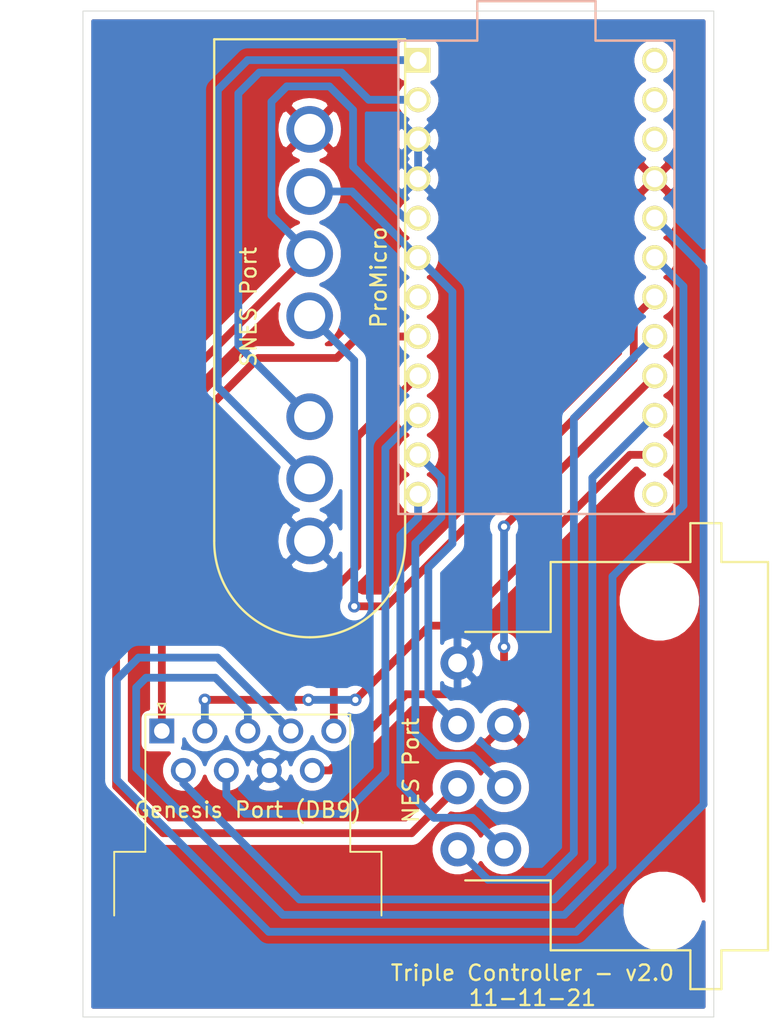
<source format=kicad_pcb>
(kicad_pcb (version 20171130) (host pcbnew "(5.1.10-1-10_14)")

  (general
    (thickness 1.6)
    (drawings 5)
    (tracks 131)
    (zones 0)
    (modules 4)
    (nets 24)
  )

  (page A4)
  (layers
    (0 F.Cu signal)
    (31 B.Cu signal)
    (33 F.Adhes user)
    (35 F.Paste user)
    (37 F.SilkS user)
    (38 B.Mask user)
    (39 F.Mask user)
    (40 Dwgs.User user)
    (41 Cmts.User user)
    (42 Eco1.User user)
    (43 Eco2.User user)
    (44 Edge.Cuts user)
    (45 Margin user)
    (46 B.CrtYd user)
    (47 F.CrtYd user)
    (49 F.Fab user)
  )

  (setup
    (last_trace_width 0.5)
    (trace_clearance 0.2)
    (zone_clearance 0.508)
    (zone_45_only yes)
    (trace_min 0.2)
    (via_size 0.8)
    (via_drill 0.4)
    (via_min_size 0.4)
    (via_min_drill 0.3)
    (uvia_size 0.3)
    (uvia_drill 0.1)
    (uvias_allowed no)
    (uvia_min_size 0.2)
    (uvia_min_drill 0.1)
    (edge_width 0.05)
    (segment_width 0.2)
    (pcb_text_width 0.3)
    (pcb_text_size 1.5 1.5)
    (mod_edge_width 0.12)
    (mod_text_size 1 1)
    (mod_text_width 0.15)
    (pad_size 2.2 2.2)
    (pad_drill 1.2)
    (pad_to_mask_clearance 0)
    (aux_axis_origin 0 0)
    (visible_elements FFFFEF7F)
    (pcbplotparams
      (layerselection 0x010e8_ffffffff)
      (usegerberextensions false)
      (usegerberattributes true)
      (usegerberadvancedattributes true)
      (creategerberjobfile true)
      (excludeedgelayer true)
      (linewidth 0.100000)
      (plotframeref false)
      (viasonmask false)
      (mode 1)
      (useauxorigin false)
      (hpglpennumber 1)
      (hpglpenspeed 20)
      (hpglpendiameter 15.000000)
      (psnegative false)
      (psa4output false)
      (plotreference true)
      (plotvalue true)
      (plotinvisibletext false)
      (padsonsilk false)
      (subtractmaskfromsilk false)
      (outputformat 1)
      (mirror false)
      (drillshape 0)
      (scaleselection 1)
      (outputdirectory "output/"))
  )

  (net 0 "")
  (net 1 "Net-(J2-Pad6)")
  (net 2 "Net-(J2-Pad5)")
  (net 3 "Net-(J2-Pad4)")
  (net 4 "Net-(J1-Pad3)")
  (net 5 "Net-(J1-Pad2)")
  (net 6 "Net-(J1-Pad7)")
  (net 7 "Net-(J1-Pad6)")
  (net 8 "Net-(J1-Pad5)")
  (net 9 "Net-(J1-Pad4)")
  (net 10 "Net-(J1-Pad1)")
  (net 11 "Net-(J3-Pad9)")
  (net 12 "Net-(J3-Pad7)")
  (net 13 "Net-(J3-Pad6)")
  (net 14 "Net-(J3-Pad4)")
  (net 15 "Net-(J3-Pad3)")
  (net 16 "Net-(J3-Pad2)")
  (net 17 "Net-(J3-Pad1)")
  (net 18 "Net-(U1-Pad24)")
  (net 19 "Net-(U1-Pad22)")
  (net 20 "Net-(U1-Pad13)")
  (net 21 "Net-(U1-Pad7)")
  (net 22 "Net-(J3-Pad5)")
  (net 23 "Net-(U1-Pad23)")

  (net_class Default "This is the default net class."
    (clearance 0.2)
    (trace_width 0.5)
    (via_dia 0.8)
    (via_drill 0.4)
    (uvia_dia 0.3)
    (uvia_drill 0.1)
    (add_net "Net-(J1-Pad1)")
    (add_net "Net-(J1-Pad2)")
    (add_net "Net-(J1-Pad3)")
    (add_net "Net-(J1-Pad4)")
    (add_net "Net-(J1-Pad5)")
    (add_net "Net-(J1-Pad6)")
    (add_net "Net-(J1-Pad7)")
    (add_net "Net-(J2-Pad4)")
    (add_net "Net-(J2-Pad5)")
    (add_net "Net-(J2-Pad6)")
    (add_net "Net-(J3-Pad1)")
    (add_net "Net-(J3-Pad2)")
    (add_net "Net-(J3-Pad3)")
    (add_net "Net-(J3-Pad4)")
    (add_net "Net-(J3-Pad5)")
    (add_net "Net-(J3-Pad6)")
    (add_net "Net-(J3-Pad7)")
    (add_net "Net-(J3-Pad9)")
    (add_net "Net-(U1-Pad13)")
    (add_net "Net-(U1-Pad22)")
    (add_net "Net-(U1-Pad23)")
    (add_net "Net-(U1-Pad24)")
    (add_net "Net-(U1-Pad7)")
  )

  (module pkl_connectors:SNES (layer F.Cu) (tedit 61218B21) (tstamp 6121BDC1)
    (at 142.875 34.29 270)
    (path /61207A16)
    (fp_text reference J2 (at 11.43 -3.683 90) (layer F.SilkS) hide
      (effects (font (size 1 1) (thickness 0.15)))
    )
    (fp_text value "SNES Port" (at 11.43 3.937 270) (layer F.SilkS)
      (effects (font (size 1 1) (thickness 0.15)))
    )
    (fp_line (start -4.6 8) (end 26.5 8) (layer F.Fab) (width 0.12))
    (fp_line (start -7.6 -5) (end -7.6 5) (layer F.Fab) (width 0.12))
    (fp_line (start -4.6 -8) (end 26.5 -8) (layer F.Fab) (width 0.12))
    (fp_line (start -5.9 6.3) (end 26.5 6.3) (layer F.Fab) (width 0.12))
    (fp_line (start -5.9 -6.3) (end -5.9 6.3) (layer F.Fab) (width 0.12))
    (fp_line (start -5.9 -6.3) (end 26.5 -6.3) (layer F.Fab) (width 0.12))
    (fp_circle (center 26.5 0) (end 28.15 0) (layer F.Fab) (width 0.12))
    (fp_circle (center 22.5 0) (end 24.15 0) (layer F.Fab) (width 0.12))
    (fp_circle (center 18.5 0) (end 20.15 0) (layer F.Fab) (width 0.12))
    (fp_circle (center 12 0) (end 13.65 0) (layer F.Fab) (width 0.12))
    (fp_circle (center 8 0) (end 9.65 0) (layer F.Fab) (width 0.12))
    (fp_circle (center 4 0) (end 5.65 0) (layer F.Fab) (width 0.12))
    (fp_circle (center 0 0) (end 1.65 0) (layer F.Fab) (width 0.12))
    (fp_line (start -5.8 6.15) (end -5.8 -6.15) (layer F.SilkS) (width 0.15))
    (fp_line (start -5.8 -6.15) (end 26.5 -6.15) (layer F.SilkS) (width 0.15))
    (fp_line (start -5.8 6.15) (end 26.5 6.15) (layer F.SilkS) (width 0.15))
    (fp_arc (start -4.6 -5) (end -4.6 -8) (angle -90) (layer F.Fab) (width 0.12))
    (fp_arc (start -4.6 5) (end -7.6 5) (angle -90) (layer F.Fab) (width 0.12))
    (fp_arc (start 26.5 0) (end 26.5 8) (angle -180) (layer F.Fab) (width 0.12))
    (fp_arc (start 26.5 0) (end 26.5 6.3) (angle -180) (layer F.Fab) (width 0.12))
    (fp_arc (start 26.55 0) (end 26.5 -6.15) (angle 90.46580908) (layer F.SilkS) (width 0.15))
    (fp_arc (start 26.55 0) (end 32.7 0) (angle 90.46580908) (layer F.SilkS) (width 0.15))
    (pad 7 thru_hole circle (at 26.5 0 270) (size 3 3) (drill 2) (layers *.Cu *.Mask)
      (net 10 "Net-(J1-Pad1)"))
    (pad 6 thru_hole circle (at 22.5 0 270) (size 3 3) (drill 2) (layers *.Cu *.Mask)
      (net 1 "Net-(J2-Pad6)"))
    (pad 5 thru_hole circle (at 18.5 0 270) (size 3 3) (drill 2) (layers *.Cu *.Mask)
      (net 2 "Net-(J2-Pad5)"))
    (pad 4 thru_hole circle (at 12 0 270) (size 3 3) (drill 2) (layers *.Cu *.Mask)
      (net 3 "Net-(J2-Pad4)"))
    (pad 3 thru_hole circle (at 8 0 270) (size 3 3) (drill 2) (layers *.Cu *.Mask)
      (net 4 "Net-(J1-Pad3)"))
    (pad 2 thru_hole circle (at 4 0 270) (size 3 3) (drill 2) (layers *.Cu *.Mask)
      (net 5 "Net-(J1-Pad2)"))
    (pad 1 thru_hole circle (at 0 0 270) (size 3 3) (drill 2) (layers *.Cu *.Mask)
      (net 6 "Net-(J1-Pad7)"))
    (model /mnt/venture-data/projects/icebreaker/icebreaker-pmod-git/lib/pkl/packages3d/pkl_connectors.3dshapes/SNES.stp
      (offset (xyz 16.3 4.8 15))
      (scale (xyz 1 1 1))
      (rotate (xyz -90 0 0))
    )
  )

  (module promicro:ProMicro (layer F.Cu) (tedit 61225BA6) (tstamp 6121AD5D)
    (at 157.48 43.815 270)
    (descr "Pro Micro footprint")
    (tags "promicro ProMicro")
    (path /61201496)
    (fp_text reference U1 (at 0 -10.16 90) (layer F.SilkS) hide
      (effects (font (size 1 1) (thickness 0.15)))
    )
    (fp_text value ProMicro (at 0 10.16 90) (layer F.SilkS)
      (effects (font (size 1 1) (thickness 0.15)))
    )
    (fp_line (start 15.24 -8.89) (end 15.24 8.89) (layer B.SilkS) (width 0.15))
    (fp_line (start 15.24 8.89) (end -15.24 8.89) (layer B.SilkS) (width 0.15))
    (fp_line (start -15.24 8.89) (end -15.24 3.81) (layer B.SilkS) (width 0.15))
    (fp_line (start -15.24 3.81) (end -17.78 3.81) (layer B.SilkS) (width 0.15))
    (fp_line (start -17.78 3.81) (end -17.78 -3.81) (layer B.SilkS) (width 0.15))
    (fp_line (start -17.78 -3.81) (end -15.24 -3.81) (layer B.SilkS) (width 0.15))
    (fp_line (start -15.24 -3.81) (end -15.24 -8.89) (layer B.SilkS) (width 0.15))
    (fp_line (start -15.24 -8.89) (end 15.24 -8.89) (layer B.SilkS) (width 0.15))
    (fp_line (start -15.24 8.89) (end 15.24 8.89) (layer F.SilkS) (width 0.15))
    (fp_line (start -15.24 8.89) (end -15.24 3.81) (layer F.SilkS) (width 0.15))
    (fp_line (start -15.24 3.81) (end -17.78 3.81) (layer F.SilkS) (width 0.15))
    (fp_line (start -17.78 3.81) (end -17.78 -3.81) (layer F.SilkS) (width 0.15))
    (fp_line (start -17.78 -3.81) (end -15.24 -3.81) (layer F.SilkS) (width 0.15))
    (fp_line (start -15.24 -3.81) (end -15.24 -8.89) (layer F.SilkS) (width 0.15))
    (fp_line (start -15.24 -8.89) (end 15.24 -8.89) (layer F.SilkS) (width 0.15))
    (fp_line (start 15.24 -8.89) (end 15.24 8.89) (layer F.SilkS) (width 0.15))
    (pad 24 thru_hole circle (at -13.97 -7.62 270) (size 1.6 1.6) (drill 1.1) (layers *.Cu *.Mask F.SilkS)
      (net 18 "Net-(U1-Pad24)"))
    (pad 23 thru_hole circle (at -11.43 -7.62 270) (size 1.6 1.6) (drill 1.1) (layers *.Cu *.Mask F.SilkS)
      (net 23 "Net-(U1-Pad23)"))
    (pad 22 thru_hole circle (at -8.89 -7.62 270) (size 1.6 1.6) (drill 1.1) (layers *.Cu *.Mask F.SilkS)
      (net 19 "Net-(U1-Pad22)"))
    (pad 21 thru_hole circle (at -6.35 -7.62 270) (size 1.6 1.6) (drill 1.1) (layers *.Cu *.Mask F.SilkS)
      (net 6 "Net-(J1-Pad7)"))
    (pad 20 thru_hole circle (at -3.81 -7.62 270) (size 1.6 1.6) (drill 1.1) (layers *.Cu *.Mask F.SilkS)
      (net 14 "Net-(J3-Pad4)"))
    (pad 19 thru_hole circle (at -1.27 -7.62 270) (size 1.6 1.6) (drill 1.1) (layers *.Cu *.Mask F.SilkS)
      (net 15 "Net-(J3-Pad3)"))
    (pad 18 thru_hole circle (at 1.27 -7.62 270) (size 1.6 1.6) (drill 1.1) (layers *.Cu *.Mask F.SilkS)
      (net 3 "Net-(J2-Pad4)"))
    (pad 17 thru_hole circle (at 3.81 -7.62 270) (size 1.6 1.6) (drill 1.1) (layers *.Cu *.Mask F.SilkS)
      (net 9 "Net-(J1-Pad4)"))
    (pad 16 thru_hole circle (at 6.35 -7.62 270) (size 1.6 1.6) (drill 1.1) (layers *.Cu *.Mask F.SilkS)
      (net 11 "Net-(J3-Pad9)"))
    (pad 15 thru_hole circle (at 8.89 -7.62 270) (size 1.6 1.6) (drill 1.1) (layers *.Cu *.Mask F.SilkS)
      (net 13 "Net-(J3-Pad6)"))
    (pad 14 thru_hole circle (at 11.43 -7.62 270) (size 1.6 1.6) (drill 1.1) (layers *.Cu *.Mask F.SilkS)
      (net 16 "Net-(J3-Pad2)"))
    (pad 13 thru_hole circle (at 13.97 -7.62 270) (size 1.6 1.6) (drill 1.1) (layers *.Cu *.Mask F.SilkS)
      (net 20 "Net-(U1-Pad13)"))
    (pad 12 thru_hole circle (at 13.97 7.62 270) (size 1.6 1.6) (drill 1.1) (layers *.Cu *.Mask F.SilkS)
      (net 8 "Net-(J1-Pad5)"))
    (pad 11 thru_hole circle (at 11.43 7.62 270) (size 1.6 1.6) (drill 1.1) (layers *.Cu *.Mask F.SilkS)
      (net 7 "Net-(J1-Pad6)"))
    (pad 10 thru_hole circle (at 8.89 7.62 270) (size 1.6 1.6) (drill 1.1) (layers *.Cu *.Mask F.SilkS)
      (net 12 "Net-(J3-Pad7)"))
    (pad 9 thru_hole circle (at 6.35 7.62 270) (size 1.6 1.6) (drill 1.1) (layers *.Cu *.Mask F.SilkS)
      (net 22 "Net-(J3-Pad5)"))
    (pad 8 thru_hole circle (at 3.81 7.62 270) (size 1.6 1.6) (drill 1.1) (layers *.Cu *.Mask F.SilkS)
      (net 17 "Net-(J3-Pad1)"))
    (pad 7 thru_hole circle (at 1.27 7.62 270) (size 1.6 1.6) (drill 1.1) (layers *.Cu *.Mask F.SilkS)
      (net 21 "Net-(U1-Pad7)"))
    (pad 6 thru_hole circle (at -1.27 7.62 270) (size 1.6 1.6) (drill 1.1) (layers *.Cu *.Mask F.SilkS)
      (net 5 "Net-(J1-Pad2)"))
    (pad 5 thru_hole circle (at -3.81 7.62 270) (size 1.6 1.6) (drill 1.1) (layers *.Cu *.Mask F.SilkS)
      (net 4 "Net-(J1-Pad3)"))
    (pad 4 thru_hole circle (at -6.35 7.62 270) (size 1.6 1.6) (drill 1.1) (layers *.Cu *.Mask F.SilkS)
      (net 10 "Net-(J1-Pad1)"))
    (pad 3 thru_hole circle (at -8.89 7.62 270) (size 1.6 1.6) (drill 1.1) (layers *.Cu *.Mask F.SilkS)
      (net 10 "Net-(J1-Pad1)"))
    (pad 2 thru_hole circle (at -11.43 7.62 270) (size 1.6 1.6) (drill 1.1) (layers *.Cu *.Mask F.SilkS)
      (net 2 "Net-(J2-Pad5)"))
    (pad 1 thru_hole rect (at -13.97 7.62 270) (size 1.6 1.6) (drill 1.1) (layers *.Cu *.Mask F.SilkS)
      (net 1 "Net-(J2-Pad6)"))
  )

  (module pkl_connectors:NES (layer F.Cu) (tedit 6137F4E2) (tstamp 6121AC8C)
    (at 152.4 80.645 90)
    (path /61201E61)
    (fp_text reference J1 (at 6.35 12.7 270) (layer F.SilkS) hide
      (effects (font (size 1 1) (thickness 0.15)))
    )
    (fp_text value "NES Port" (at 5.08 -3 90) (layer F.SilkS)
      (effects (font (size 1 1) (thickness 0.15)))
    )
    (fp_line (start -2.25 -2) (end 14.25 -2) (layer F.CrtYd) (width 0.05))
    (fp_line (start 14 0.5) (end 14 6) (layer F.Fab) (width 0.12))
    (fp_line (start -2 0.5) (end -2 6) (layer F.Fab) (width 0.12))
    (fp_line (start -2 0.5) (end 14 0.5) (layer F.Fab) (width 0.12))
    (fp_circle (center 8 3) (end 9.65 3) (layer F.Fab) (width 0.12))
    (fp_circle (center 4 3) (end 5.65 3) (layer F.Fab) (width 0.12))
    (fp_circle (center 0 3) (end 1.65 3) (layer F.Fab) (width 0.12))
    (fp_circle (center 12 0) (end 13.65 0) (layer F.Fab) (width 0.12))
    (fp_circle (center 8 0) (end 9.65 0) (layer F.Fab) (width 0.12))
    (fp_circle (center 4 0) (end 5.65 0) (layer F.Fab) (width 0.12))
    (fp_circle (center 0 0) (end 1.65 0) (layer F.Fab) (width 0.12))
    (fp_line (start -2 0.5) (end -2 6) (layer F.SilkS) (width 0.15))
    (fp_line (start 14 6) (end 18.5 6) (layer F.Fab) (width 0.12))
    (fp_line (start 18.5 6) (end 18.5 20) (layer F.Fab) (width 0.12))
    (fp_line (start 18.5 20) (end -6.5 20) (layer F.Fab) (width 0.12))
    (fp_line (start -6.5 20) (end -6.5 6) (layer F.Fab) (width 0.12))
    (fp_line (start -6.5 6) (end -2 6) (layer F.Fab) (width 0.12))
    (fp_line (start 18.5 15) (end 21 15) (layer F.Fab) (width 0.12))
    (fp_line (start 21 15) (end 21 17) (layer F.Fab) (width 0.12))
    (fp_line (start 21 17) (end 18.5 17) (layer F.Fab) (width 0.12))
    (fp_line (start -6.5 15) (end -9 15) (layer F.Fab) (width 0.12))
    (fp_line (start -9 15) (end -9 17) (layer F.Fab) (width 0.12))
    (fp_line (start -9 17) (end -6.5 17) (layer F.Fab) (width 0.12))
    (fp_line (start -2.25 -2) (end -2.25 5.75) (layer F.CrtYd) (width 0.05))
    (fp_line (start -2.25 5.75) (end -6.75 5.75) (layer F.CrtYd) (width 0.05))
    (fp_line (start -6.75 5.75) (end -6.75 14.75) (layer F.CrtYd) (width 0.05))
    (fp_line (start -6.75 14.75) (end -9.25 14.75) (layer F.CrtYd) (width 0.05))
    (fp_line (start -9.25 14.75) (end -9.25 17.25) (layer F.CrtYd) (width 0.05))
    (fp_line (start -9.25 17.25) (end -6.75 17.25) (layer F.CrtYd) (width 0.05))
    (fp_line (start -6.75 17.25) (end -6.75 20.25) (layer F.CrtYd) (width 0.05))
    (fp_line (start -6.75 20.25) (end 18.75 20.25) (layer F.CrtYd) (width 0.05))
    (fp_line (start 18.75 20.25) (end 18.75 17.25) (layer F.CrtYd) (width 0.05))
    (fp_line (start 18.75 17.25) (end 21.25 17.25) (layer F.CrtYd) (width 0.05))
    (fp_line (start 21.25 17.25) (end 21.25 14.75) (layer F.CrtYd) (width 0.05))
    (fp_line (start 21.25 14.75) (end 18.75 14.75) (layer F.CrtYd) (width 0.05))
    (fp_line (start 18.75 14.75) (end 18.75 5.75) (layer F.CrtYd) (width 0.05))
    (fp_line (start 18.75 5.75) (end 14.25 5.75) (layer F.CrtYd) (width 0.05))
    (fp_line (start 14.25 5.75) (end 14.25 -2) (layer F.CrtYd) (width 0.05))
    (fp_line (start -2 6) (end -6.5 6) (layer F.SilkS) (width 0.15))
    (fp_line (start -6.5 6) (end -6.5 15) (layer F.SilkS) (width 0.15))
    (fp_line (start -6.5 15) (end -9 15) (layer F.SilkS) (width 0.15))
    (fp_line (start -9 15) (end -9 17) (layer F.SilkS) (width 0.15))
    (fp_line (start -9 17) (end -6.5 17) (layer F.SilkS) (width 0.15))
    (fp_line (start -6.5 17) (end -6.5 20) (layer F.SilkS) (width 0.15))
    (fp_line (start -6.5 20) (end 18.5 20) (layer F.SilkS) (width 0.15))
    (fp_line (start 18.5 20) (end 18.5 17) (layer F.SilkS) (width 0.15))
    (fp_line (start 18.5 17) (end 21 17) (layer F.SilkS) (width 0.15))
    (fp_line (start 21 17) (end 21 15) (layer F.SilkS) (width 0.15))
    (fp_line (start 21 15) (end 18.5 15) (layer F.SilkS) (width 0.15))
    (fp_line (start 18.5 15) (end 18.5 6) (layer F.SilkS) (width 0.15))
    (fp_line (start 18.5 6) (end 14 6) (layer F.SilkS) (width 0.15))
    (fp_line (start 14 6) (end 14 0.5) (layer F.SilkS) (width 0.15))
    (pad "" np_thru_hole circle (at -4 13.25 90) (size 4.1 4.1) (drill 4.1) (layers *.Cu *.Mask))
    (pad "" np_thru_hole circle (at 16 13 90) (size 4.1 4.1) (drill 4.1) (layers *.Cu *.Mask))
    (pad 7 thru_hole circle (at 8 3 90) (size 2.2 2.2) (drill 1.2) (layers *.Cu *.Mask)
      (net 6 "Net-(J1-Pad7)"))
    (pad 6 thru_hole circle (at 4 3 90) (size 2.2 2.2) (drill 1.2) (layers *.Cu *.Mask)
      (net 7 "Net-(J1-Pad6)"))
    (pad 5 thru_hole circle (at 0 3 90) (size 2.2 2.2) (drill 1.2) (layers *.Cu *.Mask)
      (net 8 "Net-(J1-Pad5)"))
    (pad 1 thru_hole circle (at 12 0 90) (size 2.2 2.2) (drill 1.2) (layers *.Cu *.Mask)
      (net 10 "Net-(J1-Pad1)"))
    (pad 2 thru_hole circle (at 8 0 90) (size 2.2 2.2) (drill 1.2) (layers *.Cu *.Mask)
      (net 5 "Net-(J1-Pad2)"))
    (pad 3 thru_hole circle (at 4 0 90) (size 2.2 2.2) (drill 1.2) (layers *.Cu *.Mask)
      (net 4 "Net-(J1-Pad3)"))
    (pad 4 thru_hole circle (at 0 0 90) (size 2.2 2.2) (drill 1.2) (layers *.Cu *.Mask)
      (net 9 "Net-(J1-Pad4)"))
  )

  (module Connector_Dsub:DSUB-9_Male_Horizontal_P2.77x2.54mm_EdgePinOffset9.40mm (layer F.Cu) (tedit 59FEDEE2) (tstamp 61219F9D)
    (at 133.35 73.025)
    (descr "9-pin D-Sub connector, horizontal/angled (90 deg), THT-mount, male, pitch 2.77x2.54mm, pin-PCB-offset 9.4mm, see http://docs-europe.electrocomponents.com/webdocs/1585/0900766b81585df2.pdf")
    (tags "9-pin D-Sub connector horizontal angled 90deg THT male pitch 2.77x2.54mm pin-PCB-offset 9.4mm")
    (path /61205FCB)
    (fp_text reference J3 (at 5.54 -1.8) (layer F.SilkS) hide
      (effects (font (size 1 1) (thickness 0.15)))
    )
    (fp_text value "Genesis Port (DB9)" (at 5.54 5.08) (layer F.SilkS)
      (effects (font (size 1 1) (thickness 0.15)))
    )
    (fp_line (start -0.1 0) (end -0.1 7.84) (layer F.Fab) (width 0.1))
    (fp_line (start 0 0) (end 0 7.84) (layer F.Fab) (width 0.1))
    (fp_line (start 0.1 0) (end 0.1 7.84) (layer F.Fab) (width 0.1))
    (fp_line (start 2.67 0) (end 2.67 7.84) (layer F.Fab) (width 0.1))
    (fp_line (start 2.77 0) (end 2.77 7.84) (layer F.Fab) (width 0.1))
    (fp_line (start 2.87 0) (end 2.87 7.84) (layer F.Fab) (width 0.1))
    (fp_line (start 5.44 0) (end 5.44 7.84) (layer F.Fab) (width 0.1))
    (fp_line (start 5.54 0) (end 5.54 7.84) (layer F.Fab) (width 0.1))
    (fp_line (start 5.64 0) (end 5.64 7.84) (layer F.Fab) (width 0.1))
    (fp_line (start 8.21 0) (end 8.21 7.84) (layer F.Fab) (width 0.1))
    (fp_line (start 8.31 0) (end 8.31 7.84) (layer F.Fab) (width 0.1))
    (fp_line (start 8.41 0) (end 8.41 7.84) (layer F.Fab) (width 0.1))
    (fp_line (start 10.98 0) (end 10.98 7.84) (layer F.Fab) (width 0.1))
    (fp_line (start 11.08 0) (end 11.08 7.84) (layer F.Fab) (width 0.1))
    (fp_line (start 11.18 0) (end 11.18 7.84) (layer F.Fab) (width 0.1))
    (fp_line (start 1.285 2.54) (end 1.285 7.84) (layer F.Fab) (width 0.1))
    (fp_line (start 1.385 2.54) (end 1.385 7.84) (layer F.Fab) (width 0.1))
    (fp_line (start 1.485 2.54) (end 1.485 7.84) (layer F.Fab) (width 0.1))
    (fp_line (start 4.055 2.54) (end 4.055 7.84) (layer F.Fab) (width 0.1))
    (fp_line (start 4.155 2.54) (end 4.155 7.84) (layer F.Fab) (width 0.1))
    (fp_line (start 4.255 2.54) (end 4.255 7.84) (layer F.Fab) (width 0.1))
    (fp_line (start 6.825 2.54) (end 6.825 7.84) (layer F.Fab) (width 0.1))
    (fp_line (start 6.925 2.54) (end 6.925 7.84) (layer F.Fab) (width 0.1))
    (fp_line (start 7.025 2.54) (end 7.025 7.84) (layer F.Fab) (width 0.1))
    (fp_line (start 9.595 2.54) (end 9.595 7.84) (layer F.Fab) (width 0.1))
    (fp_line (start 9.695 2.54) (end 9.695 7.84) (layer F.Fab) (width 0.1))
    (fp_line (start 9.795 2.54) (end 9.795 7.84) (layer F.Fab) (width 0.1))
    (fp_line (start -3.01 7.84) (end -3.01 11.94) (layer F.Fab) (width 0.1))
    (fp_line (start -3.01 11.94) (end 14.09 11.94) (layer F.Fab) (width 0.1))
    (fp_line (start 14.09 11.94) (end 14.09 7.84) (layer F.Fab) (width 0.1))
    (fp_line (start 14.09 7.84) (end -3.01 7.84) (layer F.Fab) (width 0.1))
    (fp_line (start -9.885 11.94) (end -9.885 12.34) (layer F.Fab) (width 0.1))
    (fp_line (start -9.885 12.34) (end 20.965 12.34) (layer F.Fab) (width 0.1))
    (fp_line (start 20.965 12.34) (end 20.965 11.94) (layer F.Fab) (width 0.1))
    (fp_line (start 20.965 11.94) (end -9.885 11.94) (layer F.Fab) (width 0.1))
    (fp_line (start -2.61 12.34) (end -2.61 18.34) (layer F.Fab) (width 0.1))
    (fp_line (start -2.61 18.34) (end 13.69 18.34) (layer F.Fab) (width 0.1))
    (fp_line (start 13.69 18.34) (end 13.69 12.34) (layer F.Fab) (width 0.1))
    (fp_line (start 13.69 12.34) (end -2.61 12.34) (layer F.Fab) (width 0.1))
    (fp_line (start -3.07 11.88) (end -3.07 7.78) (layer F.SilkS) (width 0.12))
    (fp_line (start -3.07 7.78) (end -1.06 7.78) (layer F.SilkS) (width 0.12))
    (fp_line (start -1.06 7.78) (end -1.06 -1.06) (layer F.SilkS) (width 0.12))
    (fp_line (start -1.06 -1.06) (end 12.14 -1.06) (layer F.SilkS) (width 0.12))
    (fp_line (start 12.14 -1.06) (end 12.14 7.78) (layer F.SilkS) (width 0.12))
    (fp_line (start 12.14 7.78) (end 14.15 7.78) (layer F.SilkS) (width 0.12))
    (fp_line (start 14.15 7.78) (end 14.15 11.88) (layer F.SilkS) (width 0.12))
    (fp_line (start -0.25 -1.754338) (end 0.25 -1.754338) (layer F.SilkS) (width 0.12))
    (fp_line (start 0.25 -1.754338) (end 0 -1.321325) (layer F.SilkS) (width 0.12))
    (fp_line (start 0 -1.321325) (end -0.25 -1.754338) (layer F.SilkS) (width 0.12))
    (fp_line (start -3.15 18.85) (end -3.15 12.85) (layer F.CrtYd) (width 0.05))
    (fp_line (start -3.15 12.85) (end -10.4 12.85) (layer F.CrtYd) (width 0.05))
    (fp_line (start -10.4 12.85) (end -10.4 11.45) (layer F.CrtYd) (width 0.05))
    (fp_line (start -10.4 11.45) (end -3.55 11.45) (layer F.CrtYd) (width 0.05))
    (fp_line (start -3.55 11.45) (end -3.55 7.35) (layer F.CrtYd) (width 0.05))
    (fp_line (start -3.55 7.35) (end -1.3 7.35) (layer F.CrtYd) (width 0.05))
    (fp_line (start -1.3 7.35) (end -1.3 -1.35) (layer F.CrtYd) (width 0.05))
    (fp_line (start -1.3 -1.35) (end 12.4 -1.35) (layer F.CrtYd) (width 0.05))
    (fp_line (start 12.4 -1.35) (end 12.4 7.35) (layer F.CrtYd) (width 0.05))
    (fp_line (start 12.4 7.35) (end 14.6 7.35) (layer F.CrtYd) (width 0.05))
    (fp_line (start 14.6 7.35) (end 14.6 11.45) (layer F.CrtYd) (width 0.05))
    (fp_line (start 14.6 11.45) (end 21.5 11.45) (layer F.CrtYd) (width 0.05))
    (fp_line (start 21.5 11.45) (end 21.5 12.85) (layer F.CrtYd) (width 0.05))
    (fp_line (start 21.5 12.85) (end 14.2 12.85) (layer F.CrtYd) (width 0.05))
    (fp_line (start 14.2 12.85) (end 14.2 18.85) (layer F.CrtYd) (width 0.05))
    (fp_line (start 14.2 18.85) (end -3.15 18.85) (layer F.CrtYd) (width 0.05))
    (fp_text user %R (at 5.64 7.84) (layer F.SilkS) hide
      (effects (font (size 1 1) (thickness 0.15)))
    )
    (pad 9 thru_hole circle (at 9.695 2.54) (size 1.6 1.6) (drill 1) (layers *.Cu *.Mask)
      (net 11 "Net-(J3-Pad9)"))
    (pad 8 thru_hole circle (at 6.925 2.54) (size 1.6 1.6) (drill 1) (layers *.Cu *.Mask)
      (net 10 "Net-(J1-Pad1)"))
    (pad 7 thru_hole circle (at 4.155 2.54) (size 1.6 1.6) (drill 1) (layers *.Cu *.Mask)
      (net 12 "Net-(J3-Pad7)"))
    (pad 6 thru_hole circle (at 1.385 2.54) (size 1.6 1.6) (drill 1) (layers *.Cu *.Mask)
      (net 13 "Net-(J3-Pad6)"))
    (pad 5 thru_hole circle (at 11.08 0) (size 1.6 1.6) (drill 1) (layers *.Cu *.Mask)
      (net 22 "Net-(J3-Pad5)"))
    (pad 4 thru_hole circle (at 8.31 0) (size 1.6 1.6) (drill 1) (layers *.Cu *.Mask)
      (net 14 "Net-(J3-Pad4)"))
    (pad 3 thru_hole circle (at 5.54 0) (size 1.6 1.6) (drill 1) (layers *.Cu *.Mask)
      (net 15 "Net-(J3-Pad3)"))
    (pad 2 thru_hole circle (at 2.77 0) (size 1.6 1.6) (drill 1) (layers *.Cu *.Mask)
      (net 16 "Net-(J3-Pad2)"))
    (pad 1 thru_hole rect (at 0 0) (size 1.6 1.6) (drill 1) (layers *.Cu *.Mask)
      (net 17 "Net-(J3-Pad1)"))
    (model ${KISYS3DMOD}/Connector_Dsub.3dshapes/DSUB-9_Male_Horizontal_P2.77x2.54mm_EdgePinOffset9.40mm.wrl
      (at (xyz 0 0 0))
      (scale (xyz 1 1 1))
      (rotate (xyz 0 0 0))
    )
  )

  (gr_text "Triple Controller - v2.0\n11-11-21\n" (at 157.226 89.408) (layer F.SilkS)
    (effects (font (size 1 1) (thickness 0.15)))
  )
  (gr_line (start 128.27 26.67) (end 128.27 91.44) (layer Edge.Cuts) (width 0.05) (tstamp 6121DF4F))
  (gr_line (start 168.91 26.67) (end 168.91 91.44) (layer Edge.Cuts) (width 0.05) (tstamp 6121DF4E))
  (gr_line (start 128.27 26.67) (end 168.91 26.67) (layer Edge.Cuts) (width 0.05))
  (gr_line (start 168.91 91.44) (end 128.27 91.44) (layer Edge.Cuts) (width 0.05))

  (segment (start 142.875 56.79) (end 136.9568 50.8718) (width 0.5) (layer B.Cu) (net 1))
  (segment (start 136.9568 50.8718) (end 136.9568 31.75) (width 0.5) (layer B.Cu) (net 1))
  (segment (start 149.84579 29.83079) (end 149.86 29.845) (width 0.5) (layer B.Cu) (net 1))
  (segment (start 138.87601 29.83079) (end 149.84579 29.83079) (width 0.5) (layer B.Cu) (net 1))
  (segment (start 136.9568 31.75) (end 138.87601 29.83079) (width 0.5) (layer B.Cu) (net 1))
  (segment (start 138.2776 48.1926) (end 142.875 52.79) (width 0.5) (layer B.Cu) (net 2))
  (segment (start 139.6238 30.6324) (end 138.2776 31.9786) (width 0.5) (layer B.Cu) (net 2))
  (segment (start 146.685 32.385) (end 144.9324 30.6324) (width 0.5) (layer B.Cu) (net 2))
  (segment (start 138.2776 31.9786) (end 138.2776 48.1926) (width 0.5) (layer B.Cu) (net 2))
  (segment (start 144.9324 30.6324) (end 139.6238 30.6324) (width 0.5) (layer B.Cu) (net 2))
  (segment (start 149.86 32.385) (end 146.685 32.385) (width 0.5) (layer B.Cu) (net 2))
  (via (at 145.7452 64.9986) (size 0.8) (drill 0.4) (layers F.Cu B.Cu) (net 3))
  (segment (start 145.7452 49.1602) (end 142.875 46.29) (width 0.5) (layer B.Cu) (net 3))
  (segment (start 145.7452 64.9986) (end 145.7452 49.1602) (width 0.5) (layer B.Cu) (net 3))
  (segment (start 146.8882 64.9986) (end 145.7452 64.9986) (width 0.5) (layer F.Cu) (net 3))
  (segment (start 147.828 64.9986) (end 146.8882 64.9986) (width 0.5) (layer F.Cu) (net 3))
  (segment (start 163.7538 49.0728) (end 147.828 64.9986) (width 0.5) (layer F.Cu) (net 3))
  (segment (start 163.7538 46.4312) (end 163.7538 49.0728) (width 0.5) (layer F.Cu) (net 3))
  (segment (start 165.1 45.085) (end 163.7538 46.4312) (width 0.5) (layer F.Cu) (net 3))
  (segment (start 133.4262 79.6036) (end 149.4414 79.6036) (width 0.5) (layer F.Cu) (net 4))
  (segment (start 149.4414 79.6036) (end 152.4 76.645) (width 0.5) (layer F.Cu) (net 4))
  (segment (start 130.4036 54.7614) (end 130.4036 76.581) (width 0.5) (layer F.Cu) (net 4))
  (segment (start 130.4036 76.581) (end 133.4262 79.6036) (width 0.5) (layer F.Cu) (net 4))
  (segment (start 142.875 42.29) (end 130.4036 54.7614) (width 0.5) (layer F.Cu) (net 4))
  (segment (start 140.4112 39.8262) (end 142.875 42.29) (width 0.5) (layer B.Cu) (net 4))
  (segment (start 140.4112 32.512) (end 140.4112 39.8262) (width 0.5) (layer B.Cu) (net 4))
  (segment (start 141.4018 31.5214) (end 140.4112 32.512) (width 0.5) (layer B.Cu) (net 4))
  (segment (start 145.669 33.0454) (end 144.145 31.5214) (width 0.5) (layer B.Cu) (net 4))
  (segment (start 145.669 36.6776) (end 145.669 33.0454) (width 0.5) (layer B.Cu) (net 4))
  (segment (start 148.9964 40.005) (end 145.669 36.6776) (width 0.5) (layer B.Cu) (net 4))
  (segment (start 144.145 31.5214) (end 141.4018 31.5214) (width 0.5) (layer B.Cu) (net 4))
  (segment (start 149.86 40.005) (end 148.9964 40.005) (width 0.5) (layer B.Cu) (net 4))
  (segment (start 145.605 38.29) (end 149.86 42.545) (width 0.5) (layer B.Cu) (net 5))
  (segment (start 142.875 38.29) (end 145.605 38.29) (width 0.5) (layer B.Cu) (net 5))
  (segment (start 149.86 42.545) (end 152.0698 44.7548) (width 0.5) (layer B.Cu) (net 5))
  (segment (start 152.0698 44.7548) (end 152.0698 60.96) (width 0.5) (layer B.Cu) (net 5))
  (segment (start 152.0698 60.96) (end 150.5204 62.5094) (width 0.5) (layer B.Cu) (net 5))
  (segment (start 150.5204 70.7654) (end 152.4 72.645) (width 0.5) (layer B.Cu) (net 5))
  (segment (start 150.5204 62.5094) (end 150.5204 70.7654) (width 0.5) (layer B.Cu) (net 5))
  (segment (start 149.86 55.245) (end 151.3586 56.7436) (width 0.5) (layer B.Cu) (net 7))
  (segment (start 151.3586 56.7436) (end 151.3586 59.2582) (width 0.5) (layer B.Cu) (net 7))
  (segment (start 151.3586 59.2582) (end 149.6822 60.9346) (width 0.5) (layer B.Cu) (net 7))
  (segment (start 149.6822 60.9346) (end 149.6822 73.1266) (width 0.5) (layer B.Cu) (net 7))
  (segment (start 149.6822 73.1266) (end 151.1554 74.5998) (width 0.5) (layer B.Cu) (net 7))
  (segment (start 153.3548 74.5998) (end 155.4 76.645) (width 0.5) (layer B.Cu) (net 7))
  (segment (start 151.1554 74.5998) (end 153.3548 74.5998) (width 0.5) (layer B.Cu) (net 7))
  (segment (start 153.368 78.613) (end 155.4 80.645) (width 0.5) (layer B.Cu) (net 8))
  (segment (start 150.876 78.613) (end 153.368 78.613) (width 0.5) (layer B.Cu) (net 8))
  (segment (start 149.86 57.785) (end 149.86 59.2836) (width 0.5) (layer B.Cu) (net 8))
  (segment (start 149.86 59.2836) (end 148.717 60.4266) (width 0.5) (layer B.Cu) (net 8))
  (segment (start 148.717 76.454) (end 150.876 78.613) (width 0.5) (layer B.Cu) (net 8))
  (segment (start 148.717 60.4266) (end 148.717 76.454) (width 0.5) (layer B.Cu) (net 8))
  (segment (start 158.1658 82.6008) (end 154.3558 82.6008) (width 0.5) (layer B.Cu) (net 9))
  (segment (start 159.893 80.8736) (end 158.1658 82.6008) (width 0.5) (layer B.Cu) (net 9))
  (segment (start 162.899999 49.875801) (end 159.893 52.8828) (width 0.5) (layer B.Cu) (net 9))
  (segment (start 162.899999 49.825001) (end 162.899999 49.875801) (width 0.5) (layer B.Cu) (net 9))
  (segment (start 159.893 52.8828) (end 159.893 80.8736) (width 0.5) (layer B.Cu) (net 9))
  (segment (start 154.3558 82.6008) (end 152.4 80.645) (width 0.5) (layer B.Cu) (net 9))
  (segment (start 165.1 47.625) (end 162.899999 49.825001) (width 0.5) (layer B.Cu) (net 9))
  (segment (start 149.86 34.925) (end 149.86 37.465) (width 0.5) (layer B.Cu) (net 10))
  (segment (start 152.4 68.645) (end 152.4 65.5828) (width 0.5) (layer B.Cu) (net 10))
  (segment (start 152.4 65.5828) (end 152.4 70.485) (width 0.5) (layer B.Cu) (net 10))
  (segment (start 165.1 50.165) (end 155.3972 59.8678) (width 0.5) (layer F.Cu) (net 11))
  (segment (start 155.3972 59.8678) (end 155.3972 59.8678) (width 0.5) (layer F.Cu) (net 11) (tstamp 618D4A64))
  (via (at 155.3972 59.8678) (size 0.8) (drill 0.4) (layers F.Cu B.Cu) (net 11))
  (segment (start 155.3972 59.8678) (end 155.3972 67.6148) (width 0.5) (layer B.Cu) (net 11))
  (segment (start 155.3972 67.6148) (end 155.3972 67.6148) (width 0.5) (layer B.Cu) (net 11) (tstamp 618D4ADA))
  (via (at 155.3972 67.6148) (size 0.8) (drill 0.4) (layers F.Cu B.Cu) (net 11))
  (segment (start 155.3972 67.6148) (end 155.3972 69.4436) (width 0.5) (layer F.Cu) (net 11))
  (segment (start 155.3972 69.4436) (end 154.178 70.6628) (width 0.5) (layer F.Cu) (net 11))
  (segment (start 149.07857 70.6628) (end 144.17637 75.565) (width 0.5) (layer F.Cu) (net 11))
  (segment (start 144.17637 75.565) (end 143.045 75.565) (width 0.5) (layer F.Cu) (net 11))
  (segment (start 154.178 70.6628) (end 149.07857 70.6628) (width 0.5) (layer F.Cu) (net 11))
  (segment (start 145.1102 78.359) (end 138.7348 78.359) (width 0.5) (layer B.Cu) (net 12))
  (segment (start 147.7518 75.7174) (end 145.1102 78.359) (width 0.5) (layer B.Cu) (net 12))
  (segment (start 147.7518 54.8132) (end 147.7518 75.7174) (width 0.5) (layer B.Cu) (net 12))
  (segment (start 149.86 52.705) (end 147.7518 54.8132) (width 0.5) (layer B.Cu) (net 12))
  (segment (start 137.505 77.1292) (end 138.7348 78.359) (width 0.5) (layer B.Cu) (net 12))
  (segment (start 137.505 75.565) (end 137.505 77.1292) (width 0.5) (layer B.Cu) (net 12))
  (segment (start 134.735 76.3912) (end 134.735 75.565) (width 0.5) (layer B.Cu) (net 13))
  (segment (start 142.2146 83.8708) (end 134.735 76.3912) (width 0.5) (layer B.Cu) (net 13))
  (segment (start 161.0868 56.7182) (end 161.0868 81.407) (width 0.5) (layer B.Cu) (net 13))
  (segment (start 158.623 83.8708) (end 142.2146 83.8708) (width 0.5) (layer B.Cu) (net 13))
  (segment (start 161.0868 81.407) (end 158.623 83.8708) (width 0.5) (layer B.Cu) (net 13))
  (segment (start 165.1 52.705) (end 161.0868 56.7182) (width 0.5) (layer B.Cu) (net 13))
  (segment (start 136.9356 68.3006) (end 141.66 73.025) (width 0.5) (layer B.Cu) (net 14))
  (segment (start 131.8514 68.3006) (end 136.9356 68.3006) (width 0.5) (layer B.Cu) (net 14))
  (segment (start 130.4544 76.1746) (end 130.4544 69.6976) (width 0.5) (layer B.Cu) (net 14))
  (segment (start 140.2334 85.9536) (end 130.4544 76.1746) (width 0.5) (layer B.Cu) (net 14))
  (segment (start 160.0454 85.9536) (end 140.2334 85.9536) (width 0.5) (layer B.Cu) (net 14))
  (segment (start 167.900001 42.805001) (end 167.900001 42.830401) (width 0.5) (layer B.Cu) (net 14))
  (segment (start 168.2496 77.7494) (end 160.0454 85.9536) (width 0.5) (layer B.Cu) (net 14))
  (segment (start 167.900001 42.830401) (end 168.2496 43.18) (width 0.5) (layer B.Cu) (net 14))
  (segment (start 168.2496 43.18) (end 168.2496 77.7494) (width 0.5) (layer B.Cu) (net 14))
  (segment (start 130.4544 69.6976) (end 131.8514 68.3006) (width 0.5) (layer B.Cu) (net 14))
  (segment (start 165.1 40.005) (end 167.900001 42.805001) (width 0.5) (layer B.Cu) (net 14))
  (segment (start 138.89 71.6816) (end 138.89 73.025) (width 0.5) (layer B.Cu) (net 15))
  (segment (start 131.699 70.231) (end 132.334 69.596) (width 0.5) (layer B.Cu) (net 15))
  (segment (start 131.699 75.4126) (end 131.699 70.231) (width 0.5) (layer B.Cu) (net 15))
  (segment (start 132.334 69.596) (end 136.8044 69.596) (width 0.5) (layer B.Cu) (net 15))
  (segment (start 141.1478 84.8614) (end 131.699 75.4126) (width 0.5) (layer B.Cu) (net 15))
  (segment (start 166.9542 58.4962) (end 162.3822 63.0682) (width 0.5) (layer B.Cu) (net 15))
  (segment (start 162.3822 63.0682) (end 162.3822 81.7626) (width 0.5) (layer B.Cu) (net 15))
  (segment (start 166.9542 44.3992) (end 166.9542 58.4962) (width 0.5) (layer B.Cu) (net 15))
  (segment (start 136.8044 69.596) (end 138.89 71.6816) (width 0.5) (layer B.Cu) (net 15))
  (segment (start 159.2834 84.8614) (end 141.1478 84.8614) (width 0.5) (layer B.Cu) (net 15))
  (segment (start 162.3822 81.7626) (end 159.2834 84.8614) (width 0.5) (layer B.Cu) (net 15))
  (segment (start 165.1 42.545) (end 166.9542 44.3992) (width 0.5) (layer B.Cu) (net 15))
  (segment (start 136.12 73.025) (end 136.12 71.0198) (width 0.5) (layer B.Cu) (net 16))
  (segment (start 136.12 71.0198) (end 136.12 71.0198) (width 0.5) (layer B.Cu) (net 16) (tstamp 618D4738))
  (via (at 136.12 71.0198) (size 0.8) (drill 0.4) (layers F.Cu B.Cu) (net 16))
  (segment (start 136.12 71.0198) (end 142.7974 71.0198) (width 0.5) (layer F.Cu) (net 16))
  (segment (start 142.7974 71.0198) (end 142.7974 71.0198) (width 0.5) (layer F.Cu) (net 16) (tstamp 618D4784))
  (via (at 142.7974 71.0198) (size 0.8) (drill 0.4) (layers F.Cu B.Cu) (net 16))
  (segment (start 142.7974 71.0198) (end 145.82 71.0198) (width 0.5) (layer B.Cu) (net 16))
  (segment (start 145.82 71.0198) (end 145.82 71.0198) (width 0.5) (layer B.Cu) (net 16) (tstamp 618D4925))
  (via (at 145.82 71.0198) (size 0.8) (drill 0.4) (layers F.Cu B.Cu) (net 16))
  (segment (start 152.507798 66.2432) (end 150.5966 66.2432) (width 0.5) (layer F.Cu) (net 16))
  (segment (start 165.1 55.245) (end 163.505998 55.245) (width 0.5) (layer F.Cu) (net 16))
  (segment (start 163.505998 55.245) (end 152.507798 66.2432) (width 0.5) (layer F.Cu) (net 16))
  (segment (start 150.5966 66.2432) (end 145.82 71.0198) (width 0.5) (layer F.Cu) (net 16))
  (segment (start 149.86 47.625) (end 146.3294 47.625) (width 0.5) (layer F.Cu) (net 17))
  (segment (start 139.5603 49.0093) (end 133.35 55.2196) (width 0.5) (layer F.Cu) (net 17))
  (segment (start 144.6149 49.0093) (end 139.5603 49.0093) (width 0.5) (layer F.Cu) (net 17))
  (segment (start 145.9992 47.625) (end 144.6149 49.0093) (width 0.5) (layer F.Cu) (net 17))
  (segment (start 133.35 55.2196) (end 133.35 73.025) (width 0.5) (layer F.Cu) (net 17))
  (segment (start 149.86 47.625) (end 145.9992 47.625) (width 0.5) (layer F.Cu) (net 17))
  (segment (start 149.86 50.165) (end 145.9484 54.0766) (width 0.5) (layer F.Cu) (net 22))
  (segment (start 145.9484 54.0766) (end 145.9484 62.4078) (width 0.5) (layer F.Cu) (net 22))
  (segment (start 144.43 63.9262) (end 144.43 73.025) (width 0.5) (layer F.Cu) (net 22))
  (segment (start 145.9484 62.4078) (end 144.43 63.9262) (width 0.5) (layer F.Cu) (net 22))

  (zone (net 6) (net_name "Net-(J1-Pad7)") (layer F.Cu) (tstamp 618D6D6F) (hatch full 0.508)
    (connect_pads (clearance 0.508))
    (min_thickness 0.254)
    (fill yes (arc_segments 32) (thermal_gap 0.508) (thermal_bridge_width 0.508))
    (polygon
      (pts
        (xy 169.0624 91.4908) (xy 128.2954 91.4908) (xy 128.2954 26.8224) (xy 169.0624 26.8224)
      )
    )
    (filled_polygon
      (pts
        (xy 168.250001 83.953231) (xy 168.231817 83.861814) (xy 168.029417 83.373175) (xy 167.735576 82.933412) (xy 167.361588 82.559424)
        (xy 166.921825 82.265583) (xy 166.433186 82.063183) (xy 165.914449 81.96) (xy 165.385551 81.96) (xy 164.866814 82.063183)
        (xy 164.378175 82.265583) (xy 163.938412 82.559424) (xy 163.564424 82.933412) (xy 163.270583 83.373175) (xy 163.068183 83.861814)
        (xy 162.965 84.380551) (xy 162.965 84.909449) (xy 163.068183 85.428186) (xy 163.270583 85.916825) (xy 163.564424 86.356588)
        (xy 163.938412 86.730576) (xy 164.378175 87.024417) (xy 164.866814 87.226817) (xy 165.385551 87.33) (xy 165.914449 87.33)
        (xy 166.433186 87.226817) (xy 166.921825 87.024417) (xy 167.361588 86.730576) (xy 167.735576 86.356588) (xy 168.029417 85.916825)
        (xy 168.231817 85.428186) (xy 168.250001 85.336769) (xy 168.250001 90.78) (xy 128.93 90.78) (xy 128.93 54.7614)
        (xy 129.514319 54.7614) (xy 129.5186 54.804869) (xy 129.518601 76.537521) (xy 129.514319 76.581) (xy 129.531405 76.75449)
        (xy 129.582012 76.921313) (xy 129.66419 77.075059) (xy 129.747068 77.176046) (xy 129.747071 77.176049) (xy 129.774784 77.209817)
        (xy 129.808551 77.237529) (xy 132.76967 80.198649) (xy 132.797383 80.232417) (xy 132.831151 80.26013) (xy 132.831153 80.260132)
        (xy 132.93214 80.34301) (xy 132.932141 80.343011) (xy 133.085887 80.425189) (xy 133.202103 80.460443) (xy 133.252709 80.475795)
        (xy 133.267506 80.477252) (xy 133.382723 80.4886) (xy 133.382731 80.4886) (xy 133.4262 80.492881) (xy 133.469669 80.4886)
        (xy 149.397931 80.4886) (xy 149.4414 80.492881) (xy 149.484869 80.4886) (xy 149.484877 80.4886) (xy 149.61489 80.475795)
        (xy 149.620421 80.474117) (xy 150.665 80.474117) (xy 150.665 80.815883) (xy 150.731675 81.151081) (xy 150.862463 81.466831)
        (xy 151.052337 81.750998) (xy 151.294002 81.992663) (xy 151.578169 82.182537) (xy 151.893919 82.313325) (xy 152.229117 82.38)
        (xy 152.570883 82.38) (xy 152.906081 82.313325) (xy 153.221831 82.182537) (xy 153.505998 81.992663) (xy 153.747663 81.750998)
        (xy 153.9 81.523009) (xy 154.052337 81.750998) (xy 154.294002 81.992663) (xy 154.578169 82.182537) (xy 154.893919 82.313325)
        (xy 155.229117 82.38) (xy 155.570883 82.38) (xy 155.906081 82.313325) (xy 156.221831 82.182537) (xy 156.505998 81.992663)
        (xy 156.747663 81.750998) (xy 156.937537 81.466831) (xy 157.068325 81.151081) (xy 157.135 80.815883) (xy 157.135 80.474117)
        (xy 157.068325 80.138919) (xy 156.937537 79.823169) (xy 156.747663 79.539002) (xy 156.505998 79.297337) (xy 156.221831 79.107463)
        (xy 155.906081 78.976675) (xy 155.570883 78.91) (xy 155.229117 78.91) (xy 154.893919 78.976675) (xy 154.578169 79.107463)
        (xy 154.294002 79.297337) (xy 154.052337 79.539002) (xy 153.9 79.766991) (xy 153.747663 79.539002) (xy 153.505998 79.297337)
        (xy 153.221831 79.107463) (xy 152.906081 78.976675) (xy 152.570883 78.91) (xy 152.229117 78.91) (xy 151.893919 78.976675)
        (xy 151.578169 79.107463) (xy 151.294002 79.297337) (xy 151.052337 79.539002) (xy 150.862463 79.823169) (xy 150.731675 80.138919)
        (xy 150.665 80.474117) (xy 149.620421 80.474117) (xy 149.781713 80.425189) (xy 149.935459 80.343011) (xy 150.070217 80.232417)
        (xy 150.097934 80.198644) (xy 151.968432 78.328147) (xy 152.229117 78.38) (xy 152.570883 78.38) (xy 152.906081 78.313325)
        (xy 153.221831 78.182537) (xy 153.505998 77.992663) (xy 153.747663 77.750998) (xy 153.9 77.523009) (xy 154.052337 77.750998)
        (xy 154.294002 77.992663) (xy 154.578169 78.182537) (xy 154.893919 78.313325) (xy 155.229117 78.38) (xy 155.570883 78.38)
        (xy 155.906081 78.313325) (xy 156.221831 78.182537) (xy 156.505998 77.992663) (xy 156.747663 77.750998) (xy 156.937537 77.466831)
        (xy 157.068325 77.151081) (xy 157.135 76.815883) (xy 157.135 76.474117) (xy 157.068325 76.138919) (xy 156.937537 75.823169)
        (xy 156.747663 75.539002) (xy 156.505998 75.297337) (xy 156.221831 75.107463) (xy 155.906081 74.976675) (xy 155.570883 74.91)
        (xy 155.229117 74.91) (xy 154.893919 74.976675) (xy 154.578169 75.107463) (xy 154.294002 75.297337) (xy 154.052337 75.539002)
        (xy 153.9 75.766991) (xy 153.747663 75.539002) (xy 153.505998 75.297337) (xy 153.221831 75.107463) (xy 152.906081 74.976675)
        (xy 152.570883 74.91) (xy 152.229117 74.91) (xy 151.893919 74.976675) (xy 151.578169 75.107463) (xy 151.294002 75.297337)
        (xy 151.052337 75.539002) (xy 150.862463 75.823169) (xy 150.731675 76.138919) (xy 150.665 76.474117) (xy 150.665 76.815883)
        (xy 150.716853 77.076568) (xy 149.074822 78.7186) (xy 133.792779 78.7186) (xy 131.2886 76.214422) (xy 131.2886 55.127978)
        (xy 140.873462 45.543117) (xy 140.822047 45.667244) (xy 140.74 46.079721) (xy 140.74 46.500279) (xy 140.822047 46.912756)
        (xy 140.982988 47.301302) (xy 141.216637 47.650983) (xy 141.514017 47.948363) (xy 141.777326 48.1243) (xy 139.603765 48.1243)
        (xy 139.560299 48.120019) (xy 139.516833 48.1243) (xy 139.516823 48.1243) (xy 139.38681 48.137105) (xy 139.219987 48.187711)
        (xy 139.066241 48.269889) (xy 139.066239 48.26989) (xy 139.06624 48.26989) (xy 138.965253 48.352768) (xy 138.965251 48.35277)
        (xy 138.931483 48.380483) (xy 138.90377 48.414251) (xy 132.754956 54.563066) (xy 132.721183 54.590783) (xy 132.610589 54.725542)
        (xy 132.528411 54.879288) (xy 132.477805 55.046111) (xy 132.465 55.176124) (xy 132.465 55.176131) (xy 132.460719 55.2196)
        (xy 132.465 55.263069) (xy 132.465001 71.595299) (xy 132.425518 71.599188) (xy 132.30582 71.635498) (xy 132.195506 71.694463)
        (xy 132.098815 71.773815) (xy 132.019463 71.870506) (xy 131.960498 71.98082) (xy 131.924188 72.100518) (xy 131.911928 72.225)
        (xy 131.911928 73.825) (xy 131.924188 73.949482) (xy 131.960498 74.06918) (xy 132.019463 74.179494) (xy 132.098815 74.276185)
        (xy 132.195506 74.355537) (xy 132.30582 74.414502) (xy 132.425518 74.450812) (xy 132.55 74.463072) (xy 133.807532 74.463072)
        (xy 133.620363 74.650241) (xy 133.46332 74.885273) (xy 133.355147 75.146426) (xy 133.3 75.423665) (xy 133.3 75.706335)
        (xy 133.355147 75.983574) (xy 133.46332 76.244727) (xy 133.620363 76.479759) (xy 133.820241 76.679637) (xy 134.055273 76.83668)
        (xy 134.316426 76.944853) (xy 134.593665 77) (xy 134.876335 77) (xy 135.153574 76.944853) (xy 135.414727 76.83668)
        (xy 135.649759 76.679637) (xy 135.849637 76.479759) (xy 136.00668 76.244727) (xy 136.114853 75.983574) (xy 136.12 75.957699)
        (xy 136.125147 75.983574) (xy 136.23332 76.244727) (xy 136.390363 76.479759) (xy 136.590241 76.679637) (xy 136.825273 76.83668)
        (xy 137.086426 76.944853) (xy 137.363665 77) (xy 137.646335 77) (xy 137.923574 76.944853) (xy 138.184727 76.83668)
        (xy 138.419759 76.679637) (xy 138.619637 76.479759) (xy 138.77668 76.244727) (xy 138.884853 75.983574) (xy 138.89 75.957699)
        (xy 138.895147 75.983574) (xy 139.00332 76.244727) (xy 139.160363 76.479759) (xy 139.360241 76.679637) (xy 139.595273 76.83668)
        (xy 139.856426 76.944853) (xy 140.133665 77) (xy 140.416335 77) (xy 140.693574 76.944853) (xy 140.954727 76.83668)
        (xy 141.189759 76.679637) (xy 141.389637 76.479759) (xy 141.54668 76.244727) (xy 141.654853 75.983574) (xy 141.66 75.957699)
        (xy 141.665147 75.983574) (xy 141.77332 76.244727) (xy 141.930363 76.479759) (xy 142.130241 76.679637) (xy 142.365273 76.83668)
        (xy 142.626426 76.944853) (xy 142.903665 77) (xy 143.186335 77) (xy 143.463574 76.944853) (xy 143.724727 76.83668)
        (xy 143.959759 76.679637) (xy 144.159637 76.479759) (xy 144.176681 76.45425) (xy 144.219839 76.45) (xy 144.219847 76.45)
        (xy 144.34986 76.437195) (xy 144.516683 76.386589) (xy 144.670429 76.304411) (xy 144.805187 76.193817) (xy 144.832904 76.160044)
        (xy 149.445149 71.5478) (xy 151.046458 71.5478) (xy 150.862463 71.823169) (xy 150.731675 72.138919) (xy 150.665 72.474117)
        (xy 150.665 72.815883) (xy 150.731675 73.151081) (xy 150.862463 73.466831) (xy 151.052337 73.750998) (xy 151.294002 73.992663)
        (xy 151.578169 74.182537) (xy 151.893919 74.313325) (xy 152.229117 74.38) (xy 152.570883 74.38) (xy 152.906081 74.313325)
        (xy 153.221831 74.182537) (xy 153.505998 73.992663) (xy 153.646949 73.851712) (xy 154.372893 73.851712) (xy 154.480726 74.126338)
        (xy 154.787384 74.277216) (xy 155.117585 74.365369) (xy 155.458639 74.387409) (xy 155.797439 74.342489) (xy 156.120966 74.232336)
        (xy 156.319274 74.126338) (xy 156.427107 73.851712) (xy 155.4 72.824605) (xy 154.372893 73.851712) (xy 153.646949 73.851712)
        (xy 153.747663 73.750998) (xy 153.898114 73.525832) (xy 153.918662 73.564274) (xy 154.193288 73.672107) (xy 155.220395 72.645)
        (xy 155.579605 72.645) (xy 156.606712 73.672107) (xy 156.881338 73.564274) (xy 157.032216 73.257616) (xy 157.120369 72.927415)
        (xy 157.142409 72.586361) (xy 157.097489 72.247561) (xy 156.987336 71.924034) (xy 156.881338 71.725726) (xy 156.606712 71.617893)
        (xy 155.579605 72.645) (xy 155.220395 72.645) (xy 155.206253 72.630858) (xy 155.385858 72.451253) (xy 155.4 72.465395)
        (xy 156.427107 71.438288) (xy 156.319274 71.163662) (xy 156.012616 71.012784) (xy 155.682415 70.924631) (xy 155.341361 70.902591)
        (xy 155.166619 70.925759) (xy 155.992249 70.10013) (xy 156.026017 70.072417) (xy 156.05756 70.033983) (xy 156.13661 69.93766)
        (xy 156.188162 69.841212) (xy 156.218789 69.783913) (xy 156.269395 69.61709) (xy 156.2822 69.487077) (xy 156.2822 69.487067)
        (xy 156.286481 69.443601) (xy 156.2822 69.400135) (xy 156.2822 68.153254) (xy 156.314405 68.105056) (xy 156.392426 67.916698)
        (xy 156.4322 67.716739) (xy 156.4322 67.512861) (xy 156.392426 67.312902) (xy 156.314405 67.124544) (xy 156.201137 66.955026)
        (xy 156.056974 66.810863) (xy 155.887456 66.697595) (xy 155.699098 66.619574) (xy 155.499139 66.5798) (xy 155.295261 66.5798)
        (xy 155.095302 66.619574) (xy 154.906944 66.697595) (xy 154.737426 66.810863) (xy 154.593263 66.955026) (xy 154.479995 67.124544)
        (xy 154.401974 67.312902) (xy 154.3622 67.512861) (xy 154.3622 67.716739) (xy 154.401974 67.916698) (xy 154.479995 68.105056)
        (xy 154.5122 68.153255) (xy 154.512201 69.07702) (xy 153.811422 69.7778) (xy 153.720861 69.7778) (xy 153.747663 69.750998)
        (xy 153.937537 69.466831) (xy 154.068325 69.151081) (xy 154.135 68.815883) (xy 154.135 68.474117) (xy 154.068325 68.138919)
        (xy 153.937537 67.823169) (xy 153.747663 67.539002) (xy 153.505998 67.297337) (xy 153.221831 67.107463) (xy 152.966298 67.001618)
        (xy 153.001857 66.982611) (xy 153.136615 66.872017) (xy 153.164332 66.838244) (xy 155.622025 64.380551) (xy 162.715 64.380551)
        (xy 162.715 64.909449) (xy 162.818183 65.428186) (xy 163.020583 65.916825) (xy 163.314424 66.356588) (xy 163.688412 66.730576)
        (xy 164.128175 67.024417) (xy 164.616814 67.226817) (xy 165.135551 67.33) (xy 165.664449 67.33) (xy 166.183186 67.226817)
        (xy 166.671825 67.024417) (xy 167.111588 66.730576) (xy 167.485576 66.356588) (xy 167.779417 65.916825) (xy 167.981817 65.428186)
        (xy 168.085 64.909449) (xy 168.085 64.380551) (xy 167.981817 63.861814) (xy 167.779417 63.373175) (xy 167.485576 62.933412)
        (xy 167.111588 62.559424) (xy 166.671825 62.265583) (xy 166.183186 62.063183) (xy 165.664449 61.96) (xy 165.135551 61.96)
        (xy 164.616814 62.063183) (xy 164.128175 62.265583) (xy 163.688412 62.559424) (xy 163.314424 62.933412) (xy 163.020583 63.373175)
        (xy 162.818183 63.861814) (xy 162.715 64.380551) (xy 155.622025 64.380551) (xy 163.872577 56.13) (xy 163.965479 56.13)
        (xy 163.985363 56.159759) (xy 164.185241 56.359637) (xy 164.417759 56.515) (xy 164.185241 56.670363) (xy 163.985363 56.870241)
        (xy 163.82832 57.105273) (xy 163.720147 57.366426) (xy 163.665 57.643665) (xy 163.665 57.926335) (xy 163.720147 58.203574)
        (xy 163.82832 58.464727) (xy 163.985363 58.699759) (xy 164.185241 58.899637) (xy 164.420273 59.05668) (xy 164.681426 59.164853)
        (xy 164.958665 59.22) (xy 165.241335 59.22) (xy 165.518574 59.164853) (xy 165.779727 59.05668) (xy 166.014759 58.899637)
        (xy 166.214637 58.699759) (xy 166.37168 58.464727) (xy 166.479853 58.203574) (xy 166.535 57.926335) (xy 166.535 57.643665)
        (xy 166.479853 57.366426) (xy 166.37168 57.105273) (xy 166.214637 56.870241) (xy 166.014759 56.670363) (xy 165.782241 56.515)
        (xy 166.014759 56.359637) (xy 166.214637 56.159759) (xy 166.37168 55.924727) (xy 166.479853 55.663574) (xy 166.535 55.386335)
        (xy 166.535 55.103665) (xy 166.479853 54.826426) (xy 166.37168 54.565273) (xy 166.214637 54.330241) (xy 166.014759 54.130363)
        (xy 165.782241 53.975) (xy 166.014759 53.819637) (xy 166.214637 53.619759) (xy 166.37168 53.384727) (xy 166.479853 53.123574)
        (xy 166.535 52.846335) (xy 166.535 52.563665) (xy 166.479853 52.286426) (xy 166.37168 52.025273) (xy 166.214637 51.790241)
        (xy 166.014759 51.590363) (xy 165.782241 51.435) (xy 166.014759 51.279637) (xy 166.214637 51.079759) (xy 166.37168 50.844727)
        (xy 166.479853 50.583574) (xy 166.535 50.306335) (xy 166.535 50.023665) (xy 166.479853 49.746426) (xy 166.37168 49.485273)
        (xy 166.214637 49.250241) (xy 166.014759 49.050363) (xy 165.782241 48.895) (xy 166.014759 48.739637) (xy 166.214637 48.539759)
        (xy 166.37168 48.304727) (xy 166.479853 48.043574) (xy 166.535 47.766335) (xy 166.535 47.483665) (xy 166.479853 47.206426)
        (xy 166.37168 46.945273) (xy 166.214637 46.710241) (xy 166.014759 46.510363) (xy 165.782241 46.355) (xy 166.014759 46.199637)
        (xy 166.214637 45.999759) (xy 166.37168 45.764727) (xy 166.479853 45.503574) (xy 166.535 45.226335) (xy 166.535 44.943665)
        (xy 166.479853 44.666426) (xy 166.37168 44.405273) (xy 166.214637 44.170241) (xy 166.014759 43.970363) (xy 165.782241 43.815)
        (xy 166.014759 43.659637) (xy 166.214637 43.459759) (xy 166.37168 43.224727) (xy 166.479853 42.963574) (xy 166.535 42.686335)
        (xy 166.535 42.403665) (xy 166.479853 42.126426) (xy 166.37168 41.865273) (xy 166.214637 41.630241) (xy 166.014759 41.430363)
        (xy 165.782241 41.275) (xy 166.014759 41.119637) (xy 166.214637 40.919759) (xy 166.37168 40.684727) (xy 166.479853 40.423574)
        (xy 166.535 40.146335) (xy 166.535 39.863665) (xy 166.479853 39.586426) (xy 166.37168 39.325273) (xy 166.214637 39.090241)
        (xy 166.014759 38.890363) (xy 165.780872 38.734085) (xy 165.841514 38.701671) (xy 165.913097 38.457702) (xy 165.1 37.644605)
        (xy 164.286903 38.457702) (xy 164.358486 38.701671) (xy 164.422992 38.732194) (xy 164.420273 38.73332) (xy 164.185241 38.890363)
        (xy 163.985363 39.090241) (xy 163.82832 39.325273) (xy 163.720147 39.586426) (xy 163.665 39.863665) (xy 163.665 40.146335)
        (xy 163.720147 40.423574) (xy 163.82832 40.684727) (xy 163.985363 40.919759) (xy 164.185241 41.119637) (xy 164.417759 41.275)
        (xy 164.185241 41.430363) (xy 163.985363 41.630241) (xy 163.82832 41.865273) (xy 163.720147 42.126426) (xy 163.665 42.403665)
        (xy 163.665 42.686335) (xy 163.720147 42.963574) (xy 163.82832 43.224727) (xy 163.985363 43.459759) (xy 164.185241 43.659637)
        (xy 164.417759 43.815) (xy 164.185241 43.970363) (xy 163.985363 44.170241) (xy 163.82832 44.405273) (xy 163.720147 44.666426)
        (xy 163.665 44.943665) (xy 163.665 45.226335) (xy 163.671983 45.261439) (xy 163.158756 45.774666) (xy 163.124983 45.802383)
        (xy 163.014389 45.937142) (xy 162.932211 46.090888) (xy 162.881605 46.257711) (xy 162.8688 46.387724) (xy 162.8688 46.387731)
        (xy 162.864519 46.4312) (xy 162.8688 46.474669) (xy 162.868801 48.70622) (xy 147.461422 64.1136) (xy 146.283654 64.1136)
        (xy 146.235456 64.081395) (xy 146.047098 64.003374) (xy 145.847139 63.9636) (xy 145.644178 63.9636) (xy 146.543449 63.06433)
        (xy 146.577217 63.036617) (xy 146.687811 62.901859) (xy 146.769989 62.748113) (xy 146.820595 62.58129) (xy 146.8334 62.451277)
        (xy 146.8334 62.451269) (xy 146.837681 62.4078) (xy 146.8334 62.364331) (xy 146.8334 54.443178) (xy 148.42587 52.850709)
        (xy 148.480147 53.123574) (xy 148.58832 53.384727) (xy 148.745363 53.619759) (xy 148.945241 53.819637) (xy 149.177759 53.975)
        (xy 148.945241 54.130363) (xy 148.745363 54.330241) (xy 148.58832 54.565273) (xy 148.480147 54.826426) (xy 148.425 55.103665)
        (xy 148.425 55.386335) (xy 148.480147 55.663574) (xy 148.58832 55.924727) (xy 148.745363 56.159759) (xy 148.945241 56.359637)
        (xy 149.177759 56.515) (xy 148.945241 56.670363) (xy 148.745363 56.870241) (xy 148.58832 57.105273) (xy 148.480147 57.366426)
        (xy 148.425 57.643665) (xy 148.425 57.926335) (xy 148.480147 58.203574) (xy 148.58832 58.464727) (xy 148.745363 58.699759)
        (xy 148.945241 58.899637) (xy 149.180273 59.05668) (xy 149.441426 59.164853) (xy 149.718665 59.22) (xy 150.001335 59.22)
        (xy 150.278574 59.164853) (xy 150.539727 59.05668) (xy 150.774759 58.899637) (xy 150.974637 58.699759) (xy 151.13168 58.464727)
        (xy 151.239853 58.203574) (xy 151.295 57.926335) (xy 151.295 57.643665) (xy 151.239853 57.366426) (xy 151.13168 57.105273)
        (xy 150.974637 56.870241) (xy 150.774759 56.670363) (xy 150.542241 56.515) (xy 150.774759 56.359637) (xy 150.974637 56.159759)
        (xy 151.13168 55.924727) (xy 151.239853 55.663574) (xy 151.295 55.386335) (xy 151.295 55.103665) (xy 151.239853 54.826426)
        (xy 151.13168 54.565273) (xy 150.974637 54.330241) (xy 150.774759 54.130363) (xy 150.542241 53.975) (xy 150.774759 53.819637)
        (xy 150.974637 53.619759) (xy 151.13168 53.384727) (xy 151.239853 53.123574) (xy 151.295 52.846335) (xy 151.295 52.563665)
        (xy 151.239853 52.286426) (xy 151.13168 52.025273) (xy 150.974637 51.790241) (xy 150.774759 51.590363) (xy 150.542241 51.435)
        (xy 150.774759 51.279637) (xy 150.974637 51.079759) (xy 151.13168 50.844727) (xy 151.239853 50.583574) (xy 151.295 50.306335)
        (xy 151.295 50.023665) (xy 151.239853 49.746426) (xy 151.13168 49.485273) (xy 150.974637 49.250241) (xy 150.774759 49.050363)
        (xy 150.542241 48.895) (xy 150.774759 48.739637) (xy 150.974637 48.539759) (xy 151.13168 48.304727) (xy 151.239853 48.043574)
        (xy 151.295 47.766335) (xy 151.295 47.483665) (xy 151.239853 47.206426) (xy 151.13168 46.945273) (xy 150.974637 46.710241)
        (xy 150.774759 46.510363) (xy 150.542241 46.355) (xy 150.774759 46.199637) (xy 150.974637 45.999759) (xy 151.13168 45.764727)
        (xy 151.239853 45.503574) (xy 151.295 45.226335) (xy 151.295 44.943665) (xy 151.239853 44.666426) (xy 151.13168 44.405273)
        (xy 150.974637 44.170241) (xy 150.774759 43.970363) (xy 150.542241 43.815) (xy 150.774759 43.659637) (xy 150.974637 43.459759)
        (xy 151.13168 43.224727) (xy 151.239853 42.963574) (xy 151.295 42.686335) (xy 151.295 42.403665) (xy 151.239853 42.126426)
        (xy 151.13168 41.865273) (xy 150.974637 41.630241) (xy 150.774759 41.430363) (xy 150.542241 41.275) (xy 150.774759 41.119637)
        (xy 150.974637 40.919759) (xy 151.13168 40.684727) (xy 151.239853 40.423574) (xy 151.295 40.146335) (xy 151.295 39.863665)
        (xy 151.239853 39.586426) (xy 151.13168 39.325273) (xy 150.974637 39.090241) (xy 150.774759 38.890363) (xy 150.542241 38.735)
        (xy 150.774759 38.579637) (xy 150.974637 38.379759) (xy 151.13168 38.144727) (xy 151.239853 37.883574) (xy 151.295 37.606335)
        (xy 151.295 37.535512) (xy 163.659783 37.535512) (xy 163.701213 37.81513) (xy 163.796397 38.081292) (xy 163.863329 38.206514)
        (xy 164.107298 38.278097) (xy 164.920395 37.465) (xy 165.279605 37.465) (xy 166.092702 38.278097) (xy 166.336671 38.206514)
        (xy 166.457571 37.951004) (xy 166.5263 37.676816) (xy 166.540217 37.394488) (xy 166.498787 37.11487) (xy 166.403603 36.848708)
        (xy 166.336671 36.723486) (xy 166.092702 36.651903) (xy 165.279605 37.465) (xy 164.920395 37.465) (xy 164.107298 36.651903)
        (xy 163.863329 36.723486) (xy 163.742429 36.978996) (xy 163.6737 37.253184) (xy 163.659783 37.535512) (xy 151.295 37.535512)
        (xy 151.295 37.323665) (xy 151.239853 37.046426) (xy 151.13168 36.785273) (xy 150.974637 36.550241) (xy 150.774759 36.350363)
        (xy 150.542241 36.195) (xy 150.774759 36.039637) (xy 150.974637 35.839759) (xy 151.13168 35.604727) (xy 151.239853 35.343574)
        (xy 151.295 35.066335) (xy 151.295 34.783665) (xy 151.239853 34.506426) (xy 151.13168 34.245273) (xy 150.974637 34.010241)
        (xy 150.774759 33.810363) (xy 150.542241 33.655) (xy 150.774759 33.499637) (xy 150.974637 33.299759) (xy 151.13168 33.064727)
        (xy 151.239853 32.803574) (xy 151.295 32.526335) (xy 151.295 32.243665) (xy 151.239853 31.966426) (xy 151.13168 31.705273)
        (xy 150.974637 31.470241) (xy 150.776039 31.271643) (xy 150.784482 31.270812) (xy 150.90418 31.234502) (xy 151.014494 31.175537)
        (xy 151.111185 31.096185) (xy 151.190537 30.999494) (xy 151.249502 30.88918) (xy 151.285812 30.769482) (xy 151.298072 30.645)
        (xy 151.298072 29.703665) (xy 163.665 29.703665) (xy 163.665 29.986335) (xy 163.720147 30.263574) (xy 163.82832 30.524727)
        (xy 163.985363 30.759759) (xy 164.185241 30.959637) (xy 164.417759 31.115) (xy 164.185241 31.270363) (xy 163.985363 31.470241)
        (xy 163.82832 31.705273) (xy 163.720147 31.966426) (xy 163.665 32.243665) (xy 163.665 32.526335) (xy 163.720147 32.803574)
        (xy 163.82832 33.064727) (xy 163.985363 33.299759) (xy 164.185241 33.499637) (xy 164.417759 33.655) (xy 164.185241 33.810363)
        (xy 163.985363 34.010241) (xy 163.82832 34.245273) (xy 163.720147 34.506426) (xy 163.665 34.783665) (xy 163.665 35.066335)
        (xy 163.720147 35.343574) (xy 163.82832 35.604727) (xy 163.985363 35.839759) (xy 164.185241 36.039637) (xy 164.419128 36.195915)
        (xy 164.358486 36.228329) (xy 164.286903 36.472298) (xy 165.1 37.285395) (xy 165.913097 36.472298) (xy 165.841514 36.228329)
        (xy 165.777008 36.197806) (xy 165.779727 36.19668) (xy 166.014759 36.039637) (xy 166.214637 35.839759) (xy 166.37168 35.604727)
        (xy 166.479853 35.343574) (xy 166.535 35.066335) (xy 166.535 34.783665) (xy 166.479853 34.506426) (xy 166.37168 34.245273)
        (xy 166.214637 34.010241) (xy 166.014759 33.810363) (xy 165.782241 33.655) (xy 166.014759 33.499637) (xy 166.214637 33.299759)
        (xy 166.37168 33.064727) (xy 166.479853 32.803574) (xy 166.535 32.526335) (xy 166.535 32.243665) (xy 166.479853 31.966426)
        (xy 166.37168 31.705273) (xy 166.214637 31.470241) (xy 166.014759 31.270363) (xy 165.782241 31.115) (xy 166.014759 30.959637)
        (xy 166.214637 30.759759) (xy 166.37168 30.524727) (xy 166.479853 30.263574) (xy 166.535 29.986335) (xy 166.535 29.703665)
        (xy 166.479853 29.426426) (xy 166.37168 29.165273) (xy 166.214637 28.930241) (xy 166.014759 28.730363) (xy 165.779727 28.57332)
        (xy 165.518574 28.465147) (xy 165.241335 28.41) (xy 164.958665 28.41) (xy 164.681426 28.465147) (xy 164.420273 28.57332)
        (xy 164.185241 28.730363) (xy 163.985363 28.930241) (xy 163.82832 29.165273) (xy 163.720147 29.426426) (xy 163.665 29.703665)
        (xy 151.298072 29.703665) (xy 151.298072 29.045) (xy 151.285812 28.920518) (xy 151.249502 28.80082) (xy 151.190537 28.690506)
        (xy 151.111185 28.593815) (xy 151.014494 28.514463) (xy 150.90418 28.455498) (xy 150.784482 28.419188) (xy 150.66 28.406928)
        (xy 149.06 28.406928) (xy 148.935518 28.419188) (xy 148.81582 28.455498) (xy 148.705506 28.514463) (xy 148.608815 28.593815)
        (xy 148.529463 28.690506) (xy 148.470498 28.80082) (xy 148.434188 28.920518) (xy 148.421928 29.045) (xy 148.421928 30.645)
        (xy 148.434188 30.769482) (xy 148.470498 30.88918) (xy 148.529463 30.999494) (xy 148.608815 31.096185) (xy 148.705506 31.175537)
        (xy 148.81582 31.234502) (xy 148.935518 31.270812) (xy 148.943961 31.271643) (xy 148.745363 31.470241) (xy 148.58832 31.705273)
        (xy 148.480147 31.966426) (xy 148.425 32.243665) (xy 148.425 32.526335) (xy 148.480147 32.803574) (xy 148.58832 33.064727)
        (xy 148.745363 33.299759) (xy 148.945241 33.499637) (xy 149.177759 33.655) (xy 148.945241 33.810363) (xy 148.745363 34.010241)
        (xy 148.58832 34.245273) (xy 148.480147 34.506426) (xy 148.425 34.783665) (xy 148.425 35.066335) (xy 148.480147 35.343574)
        (xy 148.58832 35.604727) (xy 148.745363 35.839759) (xy 148.945241 36.039637) (xy 149.177759 36.195) (xy 148.945241 36.350363)
        (xy 148.745363 36.550241) (xy 148.58832 36.785273) (xy 148.480147 37.046426) (xy 148.425 37.323665) (xy 148.425 37.606335)
        (xy 148.480147 37.883574) (xy 148.58832 38.144727) (xy 148.745363 38.379759) (xy 148.945241 38.579637) (xy 149.177759 38.735)
        (xy 148.945241 38.890363) (xy 148.745363 39.090241) (xy 148.58832 39.325273) (xy 148.480147 39.586426) (xy 148.425 39.863665)
        (xy 148.425 40.146335) (xy 148.480147 40.423574) (xy 148.58832 40.684727) (xy 148.745363 40.919759) (xy 148.945241 41.119637)
        (xy 149.177759 41.275) (xy 148.945241 41.430363) (xy 148.745363 41.630241) (xy 148.58832 41.865273) (xy 148.480147 42.126426)
        (xy 148.425 42.403665) (xy 148.425 42.686335) (xy 148.480147 42.963574) (xy 148.58832 43.224727) (xy 148.745363 43.459759)
        (xy 148.945241 43.659637) (xy 149.177759 43.815) (xy 148.945241 43.970363) (xy 148.745363 44.170241) (xy 148.58832 44.405273)
        (xy 148.480147 44.666426) (xy 148.425 44.943665) (xy 148.425 45.226335) (xy 148.480147 45.503574) (xy 148.58832 45.764727)
        (xy 148.745363 45.999759) (xy 148.945241 46.199637) (xy 149.177759 46.355) (xy 148.945241 46.510363) (xy 148.745363 46.710241)
        (xy 148.725479 46.74) (xy 146.042669 46.74) (xy 145.9992 46.735719) (xy 145.955731 46.74) (xy 145.955723 46.74)
        (xy 145.82571 46.752805) (xy 145.658887 46.803411) (xy 145.505141 46.885589) (xy 145.404153 46.968468) (xy 145.404151 46.96847)
        (xy 145.370383 46.996183) (xy 145.34267 47.029951) (xy 144.248322 48.1243) (xy 143.972674 48.1243) (xy 144.235983 47.948363)
        (xy 144.533363 47.650983) (xy 144.767012 47.301302) (xy 144.927953 46.912756) (xy 145.01 46.500279) (xy 145.01 46.079721)
        (xy 144.927953 45.667244) (xy 144.767012 45.278698) (xy 144.533363 44.929017) (xy 144.235983 44.631637) (xy 143.886302 44.397988)
        (xy 143.625596 44.29) (xy 143.886302 44.182012) (xy 144.235983 43.948363) (xy 144.533363 43.650983) (xy 144.767012 43.301302)
        (xy 144.927953 42.912756) (xy 145.01 42.500279) (xy 145.01 42.079721) (xy 144.927953 41.667244) (xy 144.767012 41.278698)
        (xy 144.533363 40.929017) (xy 144.235983 40.631637) (xy 143.886302 40.397988) (xy 143.625596 40.29) (xy 143.886302 40.182012)
        (xy 144.235983 39.948363) (xy 144.533363 39.650983) (xy 144.767012 39.301302) (xy 144.927953 38.912756) (xy 145.01 38.500279)
        (xy 145.01 38.079721) (xy 144.927953 37.667244) (xy 144.767012 37.278698) (xy 144.533363 36.929017) (xy 144.235983 36.631637)
        (xy 143.886302 36.397988) (xy 143.626887 36.290535) (xy 143.735383 36.255243) (xy 144.031038 36.097214) (xy 144.187048 35.781653)
        (xy 142.875 34.469605) (xy 141.562952 35.781653) (xy 141.718962 36.097214) (xy 142.093745 36.28802) (xy 142.114839 36.293962)
        (xy 141.863698 36.397988) (xy 141.514017 36.631637) (xy 141.216637 36.929017) (xy 140.982988 37.278698) (xy 140.822047 37.667244)
        (xy 140.74 38.079721) (xy 140.74 38.500279) (xy 140.822047 38.912756) (xy 140.982988 39.301302) (xy 141.216637 39.650983)
        (xy 141.514017 39.948363) (xy 141.863698 40.182012) (xy 142.124404 40.29) (xy 141.863698 40.397988) (xy 141.514017 40.631637)
        (xy 141.216637 40.929017) (xy 140.982988 41.278698) (xy 140.822047 41.667244) (xy 140.74 42.079721) (xy 140.74 42.500279)
        (xy 140.822047 42.912756) (xy 140.874363 43.039058) (xy 129.808556 54.104866) (xy 129.774783 54.132583) (xy 129.664189 54.267342)
        (xy 129.582011 54.421088) (xy 129.531405 54.587911) (xy 129.5186 54.717924) (xy 129.5186 54.717931) (xy 129.514319 54.7614)
        (xy 128.93 54.7614) (xy 128.93 34.332824) (xy 140.730098 34.332824) (xy 140.779666 34.750451) (xy 140.909757 35.150383)
        (xy 141.067786 35.446038) (xy 141.383347 35.602048) (xy 142.695395 34.29) (xy 143.054605 34.29) (xy 144.366653 35.602048)
        (xy 144.682214 35.446038) (xy 144.87302 35.071255) (xy 144.987044 34.666449) (xy 145.019902 34.247176) (xy 144.970334 33.829549)
        (xy 144.840243 33.429617) (xy 144.682214 33.133962) (xy 144.366653 32.977952) (xy 143.054605 34.29) (xy 142.695395 34.29)
        (xy 141.383347 32.977952) (xy 141.067786 33.133962) (xy 140.87698 33.508745) (xy 140.762956 33.913551) (xy 140.730098 34.332824)
        (xy 128.93 34.332824) (xy 128.93 32.798347) (xy 141.562952 32.798347) (xy 142.875 34.110395) (xy 144.187048 32.798347)
        (xy 144.031038 32.482786) (xy 143.656255 32.29198) (xy 143.251449 32.177956) (xy 142.832176 32.145098) (xy 142.414549 32.194666)
        (xy 142.014617 32.324757) (xy 141.718962 32.482786) (xy 141.562952 32.798347) (xy 128.93 32.798347) (xy 128.93 27.33)
        (xy 168.25 27.33)
      )
    )
  )
  (zone (net 10) (net_name "Net-(J1-Pad1)") (layer B.Cu) (tstamp 618D6D6C) (hatch edge 0.508)
    (connect_pads (clearance 0.508))
    (min_thickness 0.254)
    (fill yes (arc_segments 32) (thermal_gap 0.508) (thermal_bridge_width 0.508) (smoothing fillet) (radius 1))
    (polygon
      (pts
        (xy 168.9608 91.3638) (xy 128.27 91.3638) (xy 128.27 26.7462) (xy 168.9608 26.7462)
      )
    )
    (filled_polygon
      (pts
        (xy 168.25 41.903421) (xy 166.528017 40.181439) (xy 166.535 40.146335) (xy 166.535 39.863665) (xy 166.479853 39.586426)
        (xy 166.37168 39.325273) (xy 166.214637 39.090241) (xy 166.014759 38.890363) (xy 165.782241 38.735) (xy 166.014759 38.579637)
        (xy 166.214637 38.379759) (xy 166.37168 38.144727) (xy 166.479853 37.883574) (xy 166.535 37.606335) (xy 166.535 37.323665)
        (xy 166.479853 37.046426) (xy 166.37168 36.785273) (xy 166.214637 36.550241) (xy 166.014759 36.350363) (xy 165.782241 36.195)
        (xy 166.014759 36.039637) (xy 166.214637 35.839759) (xy 166.37168 35.604727) (xy 166.479853 35.343574) (xy 166.535 35.066335)
        (xy 166.535 34.783665) (xy 166.479853 34.506426) (xy 166.37168 34.245273) (xy 166.214637 34.010241) (xy 166.014759 33.810363)
        (xy 165.782241 33.655) (xy 166.014759 33.499637) (xy 166.214637 33.299759) (xy 166.37168 33.064727) (xy 166.479853 32.803574)
        (xy 166.535 32.526335) (xy 166.535 32.243665) (xy 166.479853 31.966426) (xy 166.37168 31.705273) (xy 166.214637 31.470241)
        (xy 166.014759 31.270363) (xy 165.782241 31.115) (xy 166.014759 30.959637) (xy 166.214637 30.759759) (xy 166.37168 30.524727)
        (xy 166.479853 30.263574) (xy 166.535 29.986335) (xy 166.535 29.703665) (xy 166.479853 29.426426) (xy 166.37168 29.165273)
        (xy 166.214637 28.930241) (xy 166.014759 28.730363) (xy 165.779727 28.57332) (xy 165.518574 28.465147) (xy 165.241335 28.41)
        (xy 164.958665 28.41) (xy 164.681426 28.465147) (xy 164.420273 28.57332) (xy 164.185241 28.730363) (xy 163.985363 28.930241)
        (xy 163.82832 29.165273) (xy 163.720147 29.426426) (xy 163.665 29.703665) (xy 163.665 29.986335) (xy 163.720147 30.263574)
        (xy 163.82832 30.524727) (xy 163.985363 30.759759) (xy 164.185241 30.959637) (xy 164.417759 31.115) (xy 164.185241 31.270363)
        (xy 163.985363 31.470241) (xy 163.82832 31.705273) (xy 163.720147 31.966426) (xy 163.665 32.243665) (xy 163.665 32.526335)
        (xy 163.720147 32.803574) (xy 163.82832 33.064727) (xy 163.985363 33.299759) (xy 164.185241 33.499637) (xy 164.417759 33.655)
        (xy 164.185241 33.810363) (xy 163.985363 34.010241) (xy 163.82832 34.245273) (xy 163.720147 34.506426) (xy 163.665 34.783665)
        (xy 163.665 35.066335) (xy 163.720147 35.343574) (xy 163.82832 35.604727) (xy 163.985363 35.839759) (xy 164.185241 36.039637)
        (xy 164.417759 36.195) (xy 164.185241 36.350363) (xy 163.985363 36.550241) (xy 163.82832 36.785273) (xy 163.720147 37.046426)
        (xy 163.665 37.323665) (xy 163.665 37.606335) (xy 163.720147 37.883574) (xy 163.82832 38.144727) (xy 163.985363 38.379759)
        (xy 164.185241 38.579637) (xy 164.417759 38.735) (xy 164.185241 38.890363) (xy 163.985363 39.090241) (xy 163.82832 39.325273)
        (xy 163.720147 39.586426) (xy 163.665 39.863665) (xy 163.665 40.146335) (xy 163.720147 40.423574) (xy 163.82832 40.684727)
        (xy 163.985363 40.919759) (xy 164.185241 41.119637) (xy 164.417759 41.275) (xy 164.185241 41.430363) (xy 163.985363 41.630241)
        (xy 163.82832 41.865273) (xy 163.720147 42.126426) (xy 163.665 42.403665) (xy 163.665 42.686335) (xy 163.720147 42.963574)
        (xy 163.82832 43.224727) (xy 163.985363 43.459759) (xy 164.185241 43.659637) (xy 164.417759 43.815) (xy 164.185241 43.970363)
        (xy 163.985363 44.170241) (xy 163.82832 44.405273) (xy 163.720147 44.666426) (xy 163.665 44.943665) (xy 163.665 45.226335)
        (xy 163.720147 45.503574) (xy 163.82832 45.764727) (xy 163.985363 45.999759) (xy 164.185241 46.199637) (xy 164.417759 46.355)
        (xy 164.185241 46.510363) (xy 163.985363 46.710241) (xy 163.82832 46.945273) (xy 163.720147 47.206426) (xy 163.665 47.483665)
        (xy 163.665 47.766335) (xy 163.671983 47.801439) (xy 162.304955 49.168467) (xy 162.271182 49.196184) (xy 162.160588 49.330943)
        (xy 162.123052 49.401169) (xy 159.297956 52.226266) (xy 159.264183 52.253983) (xy 159.153589 52.388742) (xy 159.071411 52.542488)
        (xy 159.048957 52.616509) (xy 159.022113 52.705) (xy 159.020805 52.709311) (xy 159.008 52.839324) (xy 159.008 52.839331)
        (xy 159.003719 52.8828) (xy 159.008 52.926269) (xy 159.008001 80.50702) (xy 157.799222 81.7158) (xy 156.771182 81.7158)
        (xy 156.937537 81.466831) (xy 157.068325 81.151081) (xy 157.135 80.815883) (xy 157.135 80.474117) (xy 157.068325 80.138919)
        (xy 156.937537 79.823169) (xy 156.747663 79.539002) (xy 156.505998 79.297337) (xy 156.221831 79.107463) (xy 155.906081 78.976675)
        (xy 155.570883 78.91) (xy 155.229117 78.91) (xy 154.968432 78.961853) (xy 154.024534 78.017956) (xy 153.996817 77.984183)
        (xy 153.862059 77.873589) (xy 153.708313 77.791411) (xy 153.707497 77.791164) (xy 153.747663 77.750998) (xy 153.9 77.523009)
        (xy 154.052337 77.750998) (xy 154.294002 77.992663) (xy 154.578169 78.182537) (xy 154.893919 78.313325) (xy 155.229117 78.38)
        (xy 155.570883 78.38) (xy 155.906081 78.313325) (xy 156.221831 78.182537) (xy 156.505998 77.992663) (xy 156.747663 77.750998)
        (xy 156.937537 77.466831) (xy 157.068325 77.151081) (xy 157.135 76.815883) (xy 157.135 76.474117) (xy 157.068325 76.138919)
        (xy 156.937537 75.823169) (xy 156.747663 75.539002) (xy 156.505998 75.297337) (xy 156.221831 75.107463) (xy 155.906081 74.976675)
        (xy 155.570883 74.91) (xy 155.229117 74.91) (xy 154.968432 74.961853) (xy 154.011334 74.004756) (xy 153.983617 73.970983)
        (xy 153.848859 73.860389) (xy 153.711625 73.787036) (xy 153.747663 73.750998) (xy 153.9 73.523009) (xy 154.052337 73.750998)
        (xy 154.294002 73.992663) (xy 154.578169 74.182537) (xy 154.893919 74.313325) (xy 155.229117 74.38) (xy 155.570883 74.38)
        (xy 155.906081 74.313325) (xy 156.221831 74.182537) (xy 156.505998 73.992663) (xy 156.747663 73.750998) (xy 156.937537 73.466831)
        (xy 157.068325 73.151081) (xy 157.135 72.815883) (xy 157.135 72.474117) (xy 157.068325 72.138919) (xy 156.937537 71.823169)
        (xy 156.747663 71.539002) (xy 156.505998 71.297337) (xy 156.221831 71.107463) (xy 155.906081 70.976675) (xy 155.570883 70.91)
        (xy 155.229117 70.91) (xy 154.893919 70.976675) (xy 154.578169 71.107463) (xy 154.294002 71.297337) (xy 154.052337 71.539002)
        (xy 153.9 71.766991) (xy 153.747663 71.539002) (xy 153.505998 71.297337) (xy 153.221831 71.107463) (xy 152.906081 70.976675)
        (xy 152.570883 70.91) (xy 152.229117 70.91) (xy 151.968432 70.961853) (xy 151.4054 70.398822) (xy 151.4054 69.9345)
        (xy 151.480726 70.126338) (xy 151.787384 70.277216) (xy 152.117585 70.365369) (xy 152.458639 70.387409) (xy 152.797439 70.342489)
        (xy 153.120966 70.232336) (xy 153.319274 70.126338) (xy 153.427107 69.851712) (xy 152.4 68.824605) (xy 152.385858 68.838748)
        (xy 152.206253 68.659143) (xy 152.220395 68.645) (xy 152.579605 68.645) (xy 153.606712 69.672107) (xy 153.881338 69.564274)
        (xy 154.032216 69.257616) (xy 154.120369 68.927415) (xy 154.142409 68.586361) (xy 154.097489 68.247561) (xy 153.987336 67.924034)
        (xy 153.881338 67.725726) (xy 153.606712 67.617893) (xy 152.579605 68.645) (xy 152.220395 68.645) (xy 152.206253 68.630858)
        (xy 152.385858 68.451253) (xy 152.4 68.465395) (xy 153.427107 67.438288) (xy 153.319274 67.163662) (xy 153.012616 67.012784)
        (xy 152.682415 66.924631) (xy 152.341361 66.902591) (xy 152.002561 66.947511) (xy 151.679034 67.057664) (xy 151.480726 67.163662)
        (xy 151.4054 67.3555) (xy 151.4054 62.875978) (xy 152.664849 61.61653) (xy 152.698617 61.588817) (xy 152.809211 61.454059)
        (xy 152.891389 61.300313) (xy 152.941995 61.13349) (xy 152.9548 61.003477) (xy 152.9548 61.003467) (xy 152.959081 60.960001)
        (xy 152.9548 60.916535) (xy 152.9548 59.765861) (xy 154.3622 59.765861) (xy 154.3622 59.969739) (xy 154.401974 60.169698)
        (xy 154.479995 60.358056) (xy 154.5122 60.406254) (xy 154.512201 67.076344) (xy 154.479995 67.124544) (xy 154.401974 67.312902)
        (xy 154.3622 67.512861) (xy 154.3622 67.716739) (xy 154.401974 67.916698) (xy 154.479995 68.105056) (xy 154.593263 68.274574)
        (xy 154.737426 68.418737) (xy 154.906944 68.532005) (xy 155.095302 68.610026) (xy 155.295261 68.6498) (xy 155.499139 68.6498)
        (xy 155.699098 68.610026) (xy 155.887456 68.532005) (xy 156.056974 68.418737) (xy 156.201137 68.274574) (xy 156.314405 68.105056)
        (xy 156.392426 67.916698) (xy 156.4322 67.716739) (xy 156.4322 67.512861) (xy 156.392426 67.312902) (xy 156.314405 67.124544)
        (xy 156.2822 67.076346) (xy 156.2822 60.406254) (xy 156.314405 60.358056) (xy 156.392426 60.169698) (xy 156.4322 59.969739)
        (xy 156.4322 59.765861) (xy 156.392426 59.565902) (xy 156.314405 59.377544) (xy 156.201137 59.208026) (xy 156.056974 59.063863)
        (xy 155.887456 58.950595) (xy 155.699098 58.872574) (xy 155.499139 58.8328) (xy 155.295261 58.8328) (xy 155.095302 58.872574)
        (xy 154.906944 58.950595) (xy 154.737426 59.063863) (xy 154.593263 59.208026) (xy 154.479995 59.377544) (xy 154.401974 59.565902)
        (xy 154.3622 59.765861) (xy 152.9548 59.765861) (xy 152.9548 44.798265) (xy 152.959081 44.754799) (xy 152.9548 44.711333)
        (xy 152.9548 44.711323) (xy 152.941995 44.58131) (xy 152.891389 44.414487) (xy 152.809211 44.260741) (xy 152.780462 44.22571)
        (xy 152.726332 44.159753) (xy 152.72633 44.159751) (xy 152.698617 44.125983) (xy 152.66485 44.098271) (xy 151.288017 42.721439)
        (xy 151.295 42.686335) (xy 151.295 42.403665) (xy 151.239853 42.126426) (xy 151.13168 41.865273) (xy 150.974637 41.630241)
        (xy 150.774759 41.430363) (xy 150.542241 41.275) (xy 150.774759 41.119637) (xy 150.974637 40.919759) (xy 151.13168 40.684727)
        (xy 151.239853 40.423574) (xy 151.295 40.146335) (xy 151.295 39.863665) (xy 151.239853 39.586426) (xy 151.13168 39.325273)
        (xy 150.974637 39.090241) (xy 150.774759 38.890363) (xy 150.540872 38.734085) (xy 150.601514 38.701671) (xy 150.673097 38.457702)
        (xy 149.86 37.644605) (xy 149.046903 38.457702) (xy 149.118486 38.701671) (xy 149.182992 38.732194) (xy 149.180273 38.73332)
        (xy 149.057999 38.81502) (xy 147.778491 37.535512) (xy 148.419783 37.535512) (xy 148.461213 37.81513) (xy 148.556397 38.081292)
        (xy 148.623329 38.206514) (xy 148.867298 38.278097) (xy 149.680395 37.465) (xy 150.039605 37.465) (xy 150.852702 38.278097)
        (xy 151.096671 38.206514) (xy 151.217571 37.951004) (xy 151.2863 37.676816) (xy 151.300217 37.394488) (xy 151.258787 37.11487)
        (xy 151.163603 36.848708) (xy 151.096671 36.723486) (xy 150.852702 36.651903) (xy 150.039605 37.465) (xy 149.680395 37.465)
        (xy 148.867298 36.651903) (xy 148.623329 36.723486) (xy 148.502429 36.978996) (xy 148.4337 37.253184) (xy 148.419783 37.535512)
        (xy 147.778491 37.535512) (xy 146.554 36.311022) (xy 146.554 35.917702) (xy 149.046903 35.917702) (xy 149.118486 36.161671)
        (xy 149.184636 36.192971) (xy 149.118486 36.228329) (xy 149.046903 36.472298) (xy 149.86 37.285395) (xy 150.673097 36.472298)
        (xy 150.601514 36.228329) (xy 150.535364 36.197029) (xy 150.601514 36.161671) (xy 150.673097 35.917702) (xy 149.86 35.104605)
        (xy 149.046903 35.917702) (xy 146.554 35.917702) (xy 146.554 34.995512) (xy 148.419783 34.995512) (xy 148.461213 35.27513)
        (xy 148.556397 35.541292) (xy 148.623329 35.666514) (xy 148.867298 35.738097) (xy 149.680395 34.925) (xy 150.039605 34.925)
        (xy 150.852702 35.738097) (xy 151.096671 35.666514) (xy 151.217571 35.411004) (xy 151.2863 35.136816) (xy 151.300217 34.854488)
        (xy 151.258787 34.57487) (xy 151.163603 34.308708) (xy 151.096671 34.183486) (xy 150.852702 34.111903) (xy 150.039605 34.925)
        (xy 149.680395 34.925) (xy 148.867298 34.111903) (xy 148.623329 34.183486) (xy 148.502429 34.438996) (xy 148.4337 34.713184)
        (xy 148.419783 34.995512) (xy 146.554 34.995512) (xy 146.554 33.26138) (xy 146.641523 33.27) (xy 146.641531 33.27)
        (xy 146.685 33.274281) (xy 146.728469 33.27) (xy 148.725479 33.27) (xy 148.745363 33.299759) (xy 148.945241 33.499637)
        (xy 149.179128 33.655915) (xy 149.118486 33.688329) (xy 149.046903 33.932298) (xy 149.86 34.745395) (xy 150.673097 33.932298)
        (xy 150.601514 33.688329) (xy 150.537008 33.657806) (xy 150.539727 33.65668) (xy 150.774759 33.499637) (xy 150.974637 33.299759)
        (xy 151.13168 33.064727) (xy 151.239853 32.803574) (xy 151.295 32.526335) (xy 151.295 32.243665) (xy 151.239853 31.966426)
        (xy 151.13168 31.705273) (xy 150.974637 31.470241) (xy 150.776039 31.271643) (xy 150.784482 31.270812) (xy 150.90418 31.234502)
        (xy 151.014494 31.175537) (xy 151.111185 31.096185) (xy 151.190537 30.999494) (xy 151.249502 30.88918) (xy 151.285812 30.769482)
        (xy 151.298072 30.645) (xy 151.298072 29.045) (xy 151.285812 28.920518) (xy 151.249502 28.80082) (xy 151.190537 28.690506)
        (xy 151.111185 28.593815) (xy 151.014494 28.514463) (xy 150.90418 28.455498) (xy 150.784482 28.419188) (xy 150.66 28.406928)
        (xy 149.06 28.406928) (xy 148.935518 28.419188) (xy 148.81582 28.455498) (xy 148.705506 28.514463) (xy 148.608815 28.593815)
        (xy 148.529463 28.690506) (xy 148.470498 28.80082) (xy 148.434188 28.920518) (xy 148.431699 28.94579) (xy 138.919479 28.94579)
        (xy 138.87601 28.941509) (xy 138.832541 28.94579) (xy 138.832533 28.94579) (xy 138.70252 28.958595) (xy 138.535697 29.009201)
        (xy 138.468721 29.045) (xy 138.381951 29.091379) (xy 138.280963 29.174258) (xy 138.280961 29.17426) (xy 138.247193 29.201973)
        (xy 138.21948 29.235741) (xy 136.361751 31.093471) (xy 136.327984 31.121183) (xy 136.300271 31.154951) (xy 136.300268 31.154954)
        (xy 136.21739 31.255941) (xy 136.135212 31.409687) (xy 136.084605 31.57651) (xy 136.067519 31.75) (xy 136.071801 31.793479)
        (xy 136.0718 50.828331) (xy 136.067519 50.8718) (xy 136.0718 50.915269) (xy 136.0718 50.915276) (xy 136.083012 51.029114)
        (xy 136.084605 51.04529) (xy 136.099957 51.095896) (xy 136.135211 51.212112) (xy 136.217389 51.365858) (xy 136.327983 51.500617)
        (xy 136.361756 51.528334) (xy 140.874363 56.040942) (xy 140.822047 56.167244) (xy 140.74 56.579721) (xy 140.74 57.000279)
        (xy 140.822047 57.412756) (xy 140.982988 57.801302) (xy 141.216637 58.150983) (xy 141.514017 58.448363) (xy 141.863698 58.682012)
        (xy 142.123113 58.789465) (xy 142.014617 58.824757) (xy 141.718962 58.982786) (xy 141.562952 59.298347) (xy 142.875 60.610395)
        (xy 144.187048 59.298347) (xy 144.031038 58.982786) (xy 143.656255 58.79198) (xy 143.635161 58.786038) (xy 143.886302 58.682012)
        (xy 144.235983 58.448363) (xy 144.533363 58.150983) (xy 144.767012 57.801302) (xy 144.8602 57.576325) (xy 144.8602 59.990971)
        (xy 144.840243 59.929617) (xy 144.682214 59.633962) (xy 144.366653 59.477952) (xy 143.054605 60.79) (xy 144.366653 62.102048)
        (xy 144.682214 61.946038) (xy 144.8602 61.596436) (xy 144.8602 64.460146) (xy 144.827995 64.508344) (xy 144.749974 64.696702)
        (xy 144.7102 64.896661) (xy 144.7102 65.100539) (xy 144.749974 65.300498) (xy 144.827995 65.488856) (xy 144.941263 65.658374)
        (xy 145.085426 65.802537) (xy 145.254944 65.915805) (xy 145.443302 65.993826) (xy 145.643261 66.0336) (xy 145.847139 66.0336)
        (xy 146.047098 65.993826) (xy 146.235456 65.915805) (xy 146.404974 65.802537) (xy 146.549137 65.658374) (xy 146.662405 65.488856)
        (xy 146.740426 65.300498) (xy 146.7802 65.100539) (xy 146.7802 64.896661) (xy 146.740426 64.696702) (xy 146.662405 64.508344)
        (xy 146.6302 64.460146) (xy 146.6302 49.203669) (xy 146.634481 49.1602) (xy 146.6302 49.116731) (xy 146.6302 49.116723)
        (xy 146.617395 48.98671) (xy 146.566789 48.819887) (xy 146.484611 48.666141) (xy 146.374017 48.531383) (xy 146.340249 48.50367)
        (xy 144.875637 47.039058) (xy 144.927953 46.912756) (xy 145.01 46.500279) (xy 145.01 46.079721) (xy 144.927953 45.667244)
        (xy 144.767012 45.278698) (xy 144.533363 44.929017) (xy 144.235983 44.631637) (xy 143.886302 44.397988) (xy 143.625596 44.29)
        (xy 143.886302 44.182012) (xy 144.235983 43.948363) (xy 144.533363 43.650983) (xy 144.767012 43.301302) (xy 144.927953 42.912756)
        (xy 145.01 42.500279) (xy 145.01 42.079721) (xy 144.927953 41.667244) (xy 144.767012 41.278698) (xy 144.533363 40.929017)
        (xy 144.235983 40.631637) (xy 143.886302 40.397988) (xy 143.625596 40.29) (xy 143.886302 40.182012) (xy 144.235983 39.948363)
        (xy 144.533363 39.650983) (xy 144.767012 39.301302) (xy 144.819328 39.175) (xy 145.238422 39.175) (xy 148.431983 42.368561)
        (xy 148.425 42.403665) (xy 148.425 42.686335) (xy 148.480147 42.963574) (xy 148.58832 43.224727) (xy 148.745363 43.459759)
        (xy 148.945241 43.659637) (xy 149.177759 43.815) (xy 148.945241 43.970363) (xy 148.745363 44.170241) (xy 148.58832 44.405273)
        (xy 148.480147 44.666426) (xy 148.425 44.943665) (xy 148.425 45.226335) (xy 148.480147 45.503574) (xy 148.58832 45.764727)
        (xy 148.745363 45.999759) (xy 148.945241 46.199637) (xy 149.177759 46.355) (xy 148.945241 46.510363) (xy 148.745363 46.710241)
        (xy 148.58832 46.945273) (xy 148.480147 47.206426) (xy 148.425 47.483665) (xy 148.425 47.766335) (xy 148.480147 48.043574)
        (xy 148.58832 48.304727) (xy 148.745363 48.539759) (xy 148.945241 48.739637) (xy 149.177759 48.895) (xy 148.945241 49.050363)
        (xy 148.745363 49.250241) (xy 148.58832 49.485273) (xy 148.480147 49.746426) (xy 148.425 50.023665) (xy 148.425 50.306335)
        (xy 148.480147 50.583574) (xy 148.58832 50.844727) (xy 148.745363 51.079759) (xy 148.945241 51.279637) (xy 149.177759 51.435)
        (xy 148.945241 51.590363) (xy 148.745363 51.790241) (xy 148.58832 52.025273) (xy 148.480147 52.286426) (xy 148.425 52.563665)
        (xy 148.425 52.846335) (xy 148.431983 52.881439) (xy 147.156756 54.156666) (xy 147.122983 54.184383) (xy 147.012389 54.319142)
        (xy 146.930211 54.472888) (xy 146.879605 54.639711) (xy 146.8668 54.769724) (xy 146.8668 54.769731) (xy 146.862519 54.8132)
        (xy 146.8668 54.856669) (xy 146.866801 75.35082) (xy 144.743622 77.474) (xy 139.101379 77.474) (xy 138.39 76.762622)
        (xy 138.39 76.699521) (xy 138.419759 76.679637) (xy 138.541694 76.557702) (xy 139.461903 76.557702) (xy 139.533486 76.801671)
        (xy 139.788996 76.922571) (xy 140.063184 76.9913) (xy 140.345512 77.005217) (xy 140.62513 76.963787) (xy 140.891292 76.868603)
        (xy 141.016514 76.801671) (xy 141.088097 76.557702) (xy 140.275 75.744605) (xy 139.461903 76.557702) (xy 138.541694 76.557702)
        (xy 138.619637 76.479759) (xy 138.77668 76.244727) (xy 138.884853 75.983574) (xy 138.890513 75.955118) (xy 138.971397 76.181292)
        (xy 139.038329 76.306514) (xy 139.282298 76.378097) (xy 140.095395 75.565) (xy 140.454605 75.565) (xy 141.267702 76.378097)
        (xy 141.511671 76.306514) (xy 141.632571 76.051004) (xy 141.658212 75.948711) (xy 141.665147 75.983574) (xy 141.77332 76.244727)
        (xy 141.930363 76.479759) (xy 142.130241 76.679637) (xy 142.365273 76.83668) (xy 142.626426 76.944853) (xy 142.903665 77)
        (xy 143.186335 77) (xy 143.463574 76.944853) (xy 143.724727 76.83668) (xy 143.959759 76.679637) (xy 144.159637 76.479759)
        (xy 144.31668 76.244727) (xy 144.424853 75.983574) (xy 144.48 75.706335) (xy 144.48 75.423665) (xy 144.424853 75.146426)
        (xy 144.31668 74.885273) (xy 144.159637 74.650241) (xy 143.959759 74.450363) (xy 143.724727 74.29332) (xy 143.463574 74.185147)
        (xy 143.186335 74.13) (xy 142.903665 74.13) (xy 142.626426 74.185147) (xy 142.365273 74.29332) (xy 142.130241 74.450363)
        (xy 141.930363 74.650241) (xy 141.77332 74.885273) (xy 141.665147 75.146426) (xy 141.659487 75.174882) (xy 141.578603 74.948708)
        (xy 141.511671 74.823486) (xy 141.267702 74.751903) (xy 140.454605 75.565) (xy 140.095395 75.565) (xy 139.282298 74.751903)
        (xy 139.038329 74.823486) (xy 138.917429 75.078996) (xy 138.891788 75.181289) (xy 138.884853 75.146426) (xy 138.77668 74.885273)
        (xy 138.619637 74.650241) (xy 138.541694 74.572298) (xy 139.461903 74.572298) (xy 140.275 75.385395) (xy 141.088097 74.572298)
        (xy 141.016514 74.328329) (xy 140.761004 74.207429) (xy 140.486816 74.1387) (xy 140.204488 74.124783) (xy 139.92487 74.166213)
        (xy 139.658708 74.261397) (xy 139.533486 74.328329) (xy 139.461903 74.572298) (xy 138.541694 74.572298) (xy 138.419759 74.450363)
        (xy 138.184727 74.29332) (xy 137.923574 74.185147) (xy 137.646335 74.13) (xy 137.363665 74.13) (xy 137.086426 74.185147)
        (xy 136.825273 74.29332) (xy 136.590241 74.450363) (xy 136.390363 74.650241) (xy 136.23332 74.885273) (xy 136.125147 75.146426)
        (xy 136.12 75.172301) (xy 136.114853 75.146426) (xy 136.00668 74.885273) (xy 135.849637 74.650241) (xy 135.649759 74.450363)
        (xy 135.414727 74.29332) (xy 135.153574 74.185147) (xy 134.876335 74.13) (xy 134.706993 74.13) (xy 134.739502 74.06918)
        (xy 134.775812 73.949482) (xy 134.788072 73.825) (xy 134.788072 73.559275) (xy 134.84832 73.704727) (xy 135.005363 73.939759)
        (xy 135.205241 74.139637) (xy 135.440273 74.29668) (xy 135.701426 74.404853) (xy 135.978665 74.46) (xy 136.261335 74.46)
        (xy 136.538574 74.404853) (xy 136.799727 74.29668) (xy 137.034759 74.139637) (xy 137.234637 73.939759) (xy 137.39168 73.704727)
        (xy 137.499853 73.443574) (xy 137.505 73.417699) (xy 137.510147 73.443574) (xy 137.61832 73.704727) (xy 137.775363 73.939759)
        (xy 137.975241 74.139637) (xy 138.210273 74.29668) (xy 138.471426 74.404853) (xy 138.748665 74.46) (xy 139.031335 74.46)
        (xy 139.308574 74.404853) (xy 139.569727 74.29668) (xy 139.804759 74.139637) (xy 140.004637 73.939759) (xy 140.16168 73.704727)
        (xy 140.269853 73.443574) (xy 140.275 73.417699) (xy 140.280147 73.443574) (xy 140.38832 73.704727) (xy 140.545363 73.939759)
        (xy 140.745241 74.139637) (xy 140.980273 74.29668) (xy 141.241426 74.404853) (xy 141.518665 74.46) (xy 141.801335 74.46)
        (xy 142.078574 74.404853) (xy 142.339727 74.29668) (xy 142.574759 74.139637) (xy 142.774637 73.939759) (xy 142.93168 73.704727)
        (xy 143.039853 73.443574) (xy 143.045 73.417699) (xy 143.050147 73.443574) (xy 143.15832 73.704727) (xy 143.315363 73.939759)
        (xy 143.515241 74.139637) (xy 143.750273 74.29668) (xy 144.011426 74.404853) (xy 144.288665 74.46) (xy 144.571335 74.46)
        (xy 144.848574 74.404853) (xy 145.109727 74.29668) (xy 145.344759 74.139637) (xy 145.544637 73.939759) (xy 145.70168 73.704727)
        (xy 145.809853 73.443574) (xy 145.865 73.166335) (xy 145.865 72.883665) (xy 145.809853 72.606426) (xy 145.70168 72.345273)
        (xy 145.544637 72.110241) (xy 145.400857 71.966461) (xy 145.518102 72.015026) (xy 145.718061 72.0548) (xy 145.921939 72.0548)
        (xy 146.121898 72.015026) (xy 146.310256 71.937005) (xy 146.479774 71.823737) (xy 146.623937 71.679574) (xy 146.737205 71.510056)
        (xy 146.815226 71.321698) (xy 146.855 71.121739) (xy 146.855 70.917861) (xy 146.815226 70.717902) (xy 146.737205 70.529544)
        (xy 146.623937 70.360026) (xy 146.479774 70.215863) (xy 146.310256 70.102595) (xy 146.121898 70.024574) (xy 145.921939 69.9848)
        (xy 145.718061 69.9848) (xy 145.518102 70.024574) (xy 145.329744 70.102595) (xy 145.281546 70.1348) (xy 143.335854 70.1348)
        (xy 143.287656 70.102595) (xy 143.099298 70.024574) (xy 142.899339 69.9848) (xy 142.695461 69.9848) (xy 142.495502 70.024574)
        (xy 142.307144 70.102595) (xy 142.137626 70.215863) (xy 141.993463 70.360026) (xy 141.880195 70.529544) (xy 141.802174 70.717902)
        (xy 141.7624 70.917861) (xy 141.7624 71.121739) (xy 141.802174 71.321698) (xy 141.880195 71.510056) (xy 141.953888 71.620345)
        (xy 141.801335 71.59) (xy 141.518665 71.59) (xy 141.483561 71.596983) (xy 137.592134 67.705556) (xy 137.564417 67.671783)
        (xy 137.429659 67.561189) (xy 137.275913 67.479011) (xy 137.10909 67.428405) (xy 136.979077 67.4156) (xy 136.979069 67.4156)
        (xy 136.9356 67.411319) (xy 136.892131 67.4156) (xy 131.894865 67.4156) (xy 131.851399 67.411319) (xy 131.807933 67.4156)
        (xy 131.807923 67.4156) (xy 131.67791 67.428405) (xy 131.511087 67.479011) (xy 131.357341 67.561189) (xy 131.357339 67.56119)
        (xy 131.35734 67.56119) (xy 131.256353 67.644068) (xy 131.256351 67.64407) (xy 131.222583 67.671783) (xy 131.19487 67.705551)
        (xy 129.859351 69.041071) (xy 129.825584 69.068783) (xy 129.797871 69.102551) (xy 129.797868 69.102554) (xy 129.71499 69.203541)
        (xy 129.632812 69.357287) (xy 129.582205 69.52411) (xy 129.565119 69.6976) (xy 129.569401 69.741079) (xy 129.5694 76.131131)
        (xy 129.565119 76.1746) (xy 129.5694 76.218069) (xy 129.5694 76.218076) (xy 129.582205 76.348089) (xy 129.632811 76.514912)
        (xy 129.714989 76.668658) (xy 129.825583 76.803417) (xy 129.859356 76.831134) (xy 139.57687 86.548649) (xy 139.604583 86.582417)
        (xy 139.638351 86.61013) (xy 139.638353 86.610132) (xy 139.709852 86.66881) (xy 139.739341 86.693011) (xy 139.893087 86.775189)
        (xy 140.05991 86.825795) (xy 140.189923 86.8386) (xy 140.189933 86.8386) (xy 140.233399 86.842881) (xy 140.276865 86.8386)
        (xy 160.001931 86.8386) (xy 160.0454 86.842881) (xy 160.088869 86.8386) (xy 160.088877 86.8386) (xy 160.21889 86.825795)
        (xy 160.385713 86.775189) (xy 160.539459 86.693011) (xy 160.674217 86.582417) (xy 160.701934 86.548644) (xy 162.988582 84.261996)
        (xy 162.965 84.380551) (xy 162.965 84.909449) (xy 163.068183 85.428186) (xy 163.270583 85.916825) (xy 163.564424 86.356588)
        (xy 163.938412 86.730576) (xy 164.378175 87.024417) (xy 164.866814 87.226817) (xy 165.385551 87.33) (xy 165.914449 87.33)
        (xy 166.433186 87.226817) (xy 166.921825 87.024417) (xy 167.361588 86.730576) (xy 167.735576 86.356588) (xy 168.029417 85.916825)
        (xy 168.231817 85.428186) (xy 168.250001 85.336769) (xy 168.250001 90.78) (xy 128.93 90.78) (xy 128.93 62.281653)
        (xy 141.562952 62.281653) (xy 141.718962 62.597214) (xy 142.093745 62.78802) (xy 142.498551 62.902044) (xy 142.917824 62.934902)
        (xy 143.335451 62.885334) (xy 143.735383 62.755243) (xy 144.031038 62.597214) (xy 144.187048 62.281653) (xy 142.875 60.969605)
        (xy 141.562952 62.281653) (xy 128.93 62.281653) (xy 128.93 60.832824) (xy 140.730098 60.832824) (xy 140.779666 61.250451)
        (xy 140.909757 61.650383) (xy 141.067786 61.946038) (xy 141.383347 62.102048) (xy 142.695395 60.79) (xy 141.383347 59.477952)
        (xy 141.067786 59.633962) (xy 140.87698 60.008745) (xy 140.762956 60.413551) (xy 140.730098 60.832824) (xy 128.93 60.832824)
        (xy 128.93 27.33) (xy 168.25 27.33)
      )
    )
  )
)

</source>
